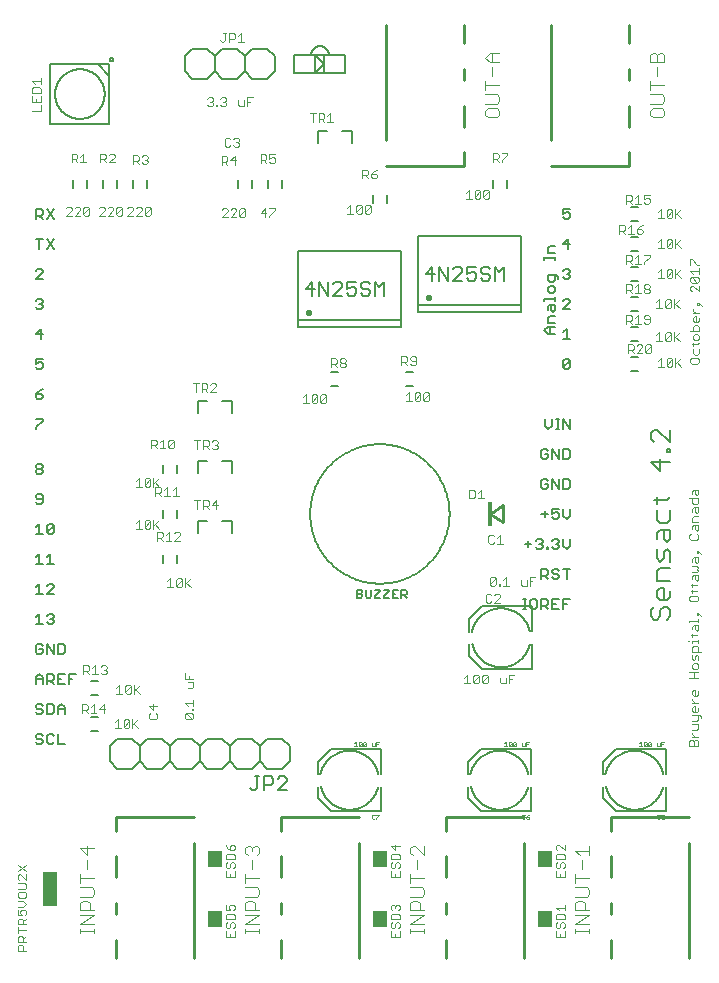
<source format=gto>
G75*
%MOIN*%
%OFA0B0*%
%FSLAX25Y25*%
%IPPOS*%
%LPD*%
%AMOC8*
5,1,8,0,0,1.08239X$1,22.5*
%
%ADD10C,0.00600*%
%ADD11C,0.00300*%
%ADD12C,0.00800*%
%ADD13C,0.01000*%
%ADD14R,0.01181X0.08268*%
%ADD15C,0.00500*%
%ADD16C,0.02174*%
%ADD17C,0.00400*%
%ADD18R,0.04961X0.11811*%
%ADD19R,0.05118X0.05512*%
%ADD20C,0.00100*%
D10*
X0049100Y0092524D02*
X0046600Y0095024D01*
X0046600Y0100024D01*
X0049100Y0102524D01*
X0054100Y0102524D01*
X0056600Y0100024D01*
X0059100Y0102524D01*
X0064100Y0102524D01*
X0066600Y0100024D01*
X0069100Y0102524D01*
X0074100Y0102524D01*
X0076600Y0100024D01*
X0079100Y0102524D01*
X0084100Y0102524D01*
X0086600Y0100024D01*
X0089100Y0102524D01*
X0094100Y0102524D01*
X0096600Y0100024D01*
X0099100Y0102524D01*
X0104100Y0102524D01*
X0106600Y0100024D01*
X0106600Y0095024D01*
X0104100Y0092524D01*
X0099100Y0092524D01*
X0096600Y0095024D01*
X0094100Y0092524D01*
X0089100Y0092524D01*
X0086600Y0095024D01*
X0086600Y0100024D01*
X0086600Y0095024D02*
X0084100Y0092524D01*
X0079100Y0092524D01*
X0076600Y0095024D01*
X0074100Y0092524D01*
X0069100Y0092524D01*
X0066600Y0095024D01*
X0064100Y0092524D01*
X0059100Y0092524D01*
X0056600Y0095024D01*
X0054100Y0092524D01*
X0049100Y0092524D01*
X0056600Y0095024D02*
X0056600Y0100024D01*
X0066600Y0100024D02*
X0066600Y0095024D01*
X0076600Y0095024D02*
X0076600Y0100024D01*
X0096600Y0100024D02*
X0096600Y0095024D01*
X0129060Y0149624D02*
X0130362Y0149624D01*
X0130795Y0150057D01*
X0130795Y0150491D01*
X0130362Y0150925D01*
X0129060Y0150925D01*
X0129060Y0149624D02*
X0129060Y0152226D01*
X0130362Y0152226D01*
X0130795Y0151792D01*
X0130795Y0151358D01*
X0130362Y0150925D01*
X0132007Y0150057D02*
X0132007Y0152226D01*
X0133742Y0152226D02*
X0133742Y0150057D01*
X0133308Y0149624D01*
X0132441Y0149624D01*
X0132007Y0150057D01*
X0134953Y0150057D02*
X0134953Y0149624D01*
X0136688Y0149624D01*
X0137900Y0149624D02*
X0139635Y0149624D01*
X0140847Y0149624D02*
X0140847Y0152226D01*
X0142581Y0152226D01*
X0143793Y0152226D02*
X0143793Y0149624D01*
X0143793Y0150491D02*
X0145094Y0150491D01*
X0145528Y0150925D01*
X0145528Y0151792D01*
X0145094Y0152226D01*
X0143793Y0152226D01*
X0144660Y0150491D02*
X0145528Y0149624D01*
X0142581Y0149624D02*
X0140847Y0149624D01*
X0140847Y0150925D02*
X0141714Y0150925D01*
X0139635Y0151792D02*
X0137900Y0150057D01*
X0137900Y0149624D01*
X0136688Y0151792D02*
X0134953Y0150057D01*
X0134953Y0152226D02*
X0136688Y0152226D01*
X0136688Y0151792D01*
X0137900Y0152226D02*
X0139635Y0152226D01*
X0139635Y0151792D01*
X0184262Y0149227D02*
X0185396Y0149227D01*
X0184829Y0149227D02*
X0184829Y0145824D01*
X0184262Y0145824D02*
X0185396Y0145824D01*
X0186717Y0146391D02*
X0186717Y0148659D01*
X0187285Y0149227D01*
X0188419Y0149227D01*
X0188986Y0148659D01*
X0188986Y0146391D01*
X0188419Y0145824D01*
X0187285Y0145824D01*
X0186717Y0146391D01*
X0190401Y0146958D02*
X0192102Y0146958D01*
X0192669Y0147525D01*
X0192669Y0148659D01*
X0192102Y0149227D01*
X0190401Y0149227D01*
X0190401Y0145824D01*
X0191535Y0146958D02*
X0192669Y0145824D01*
X0194084Y0145824D02*
X0194084Y0149227D01*
X0196352Y0149227D01*
X0197767Y0149227D02*
X0200035Y0149227D01*
X0198901Y0147525D02*
X0197767Y0147525D01*
X0197767Y0145824D02*
X0197767Y0149227D01*
X0195218Y0147525D02*
X0194084Y0147525D01*
X0194084Y0145824D02*
X0196352Y0145824D01*
X0195785Y0155824D02*
X0194651Y0155824D01*
X0194084Y0156391D01*
X0194651Y0157525D02*
X0195785Y0157525D01*
X0196352Y0156958D01*
X0196352Y0156391D01*
X0195785Y0155824D01*
X0194651Y0157525D02*
X0194084Y0158092D01*
X0194084Y0158659D01*
X0194651Y0159227D01*
X0195785Y0159227D01*
X0196352Y0158659D01*
X0197767Y0159227D02*
X0200035Y0159227D01*
X0198901Y0159227D02*
X0198901Y0155824D01*
X0192669Y0155824D02*
X0191535Y0156958D01*
X0192102Y0156958D02*
X0190401Y0156958D01*
X0190401Y0155824D02*
X0190401Y0159227D01*
X0192102Y0159227D01*
X0192669Y0158659D01*
X0192669Y0157525D01*
X0192102Y0156958D01*
X0192242Y0165824D02*
X0192809Y0165824D01*
X0192809Y0166391D01*
X0192242Y0166391D01*
X0192242Y0165824D01*
X0190828Y0166391D02*
X0190260Y0165824D01*
X0189126Y0165824D01*
X0188559Y0166391D01*
X0189693Y0167525D02*
X0190260Y0167525D01*
X0190828Y0166958D01*
X0190828Y0166391D01*
X0190260Y0167525D02*
X0190828Y0168092D01*
X0190828Y0168659D01*
X0190260Y0169227D01*
X0189126Y0169227D01*
X0188559Y0168659D01*
X0187144Y0167525D02*
X0184876Y0167525D01*
X0186010Y0168659D02*
X0186010Y0166391D01*
X0194084Y0166391D02*
X0194651Y0165824D01*
X0195785Y0165824D01*
X0196352Y0166391D01*
X0196352Y0166958D01*
X0195785Y0167525D01*
X0195218Y0167525D01*
X0195785Y0167525D02*
X0196352Y0168092D01*
X0196352Y0168659D01*
X0195785Y0169227D01*
X0194651Y0169227D01*
X0194084Y0168659D01*
X0197767Y0169227D02*
X0197767Y0166958D01*
X0198901Y0165824D01*
X0200035Y0166958D01*
X0200035Y0169227D01*
X0198901Y0175824D02*
X0200035Y0176958D01*
X0200035Y0179227D01*
X0197767Y0179227D02*
X0197767Y0176958D01*
X0198901Y0175824D01*
X0196352Y0176391D02*
X0195785Y0175824D01*
X0194651Y0175824D01*
X0194084Y0176391D01*
X0194084Y0177525D02*
X0195218Y0178092D01*
X0195785Y0178092D01*
X0196352Y0177525D01*
X0196352Y0176391D01*
X0194084Y0177525D02*
X0194084Y0179227D01*
X0196352Y0179227D01*
X0192669Y0177525D02*
X0190401Y0177525D01*
X0191535Y0178659D02*
X0191535Y0176391D01*
X0190968Y0185824D02*
X0192102Y0185824D01*
X0192669Y0186391D01*
X0192669Y0187525D01*
X0191535Y0187525D01*
X0192669Y0188659D02*
X0192102Y0189227D01*
X0190968Y0189227D01*
X0190401Y0188659D01*
X0190401Y0186391D01*
X0190968Y0185824D01*
X0194084Y0185824D02*
X0194084Y0189227D01*
X0196352Y0185824D01*
X0196352Y0189227D01*
X0197767Y0189227D02*
X0199468Y0189227D01*
X0200035Y0188659D01*
X0200035Y0186391D01*
X0199468Y0185824D01*
X0197767Y0185824D01*
X0197767Y0189227D01*
X0197767Y0195824D02*
X0199468Y0195824D01*
X0200035Y0196391D01*
X0200035Y0198659D01*
X0199468Y0199227D01*
X0197767Y0199227D01*
X0197767Y0195824D01*
X0196352Y0195824D02*
X0196352Y0199227D01*
X0194084Y0199227D02*
X0194084Y0195824D01*
X0192669Y0196391D02*
X0192669Y0197525D01*
X0191535Y0197525D01*
X0192669Y0196391D02*
X0192102Y0195824D01*
X0190968Y0195824D01*
X0190401Y0196391D01*
X0190401Y0198659D01*
X0190968Y0199227D01*
X0192102Y0199227D01*
X0192669Y0198659D01*
X0194084Y0199227D02*
X0196352Y0195824D01*
X0196446Y0205824D02*
X0195311Y0205824D01*
X0195879Y0205824D02*
X0195879Y0209227D01*
X0196446Y0209227D02*
X0195311Y0209227D01*
X0193897Y0209227D02*
X0193897Y0206958D01*
X0192763Y0205824D01*
X0191628Y0206958D01*
X0191628Y0209227D01*
X0197767Y0209227D02*
X0197767Y0205824D01*
X0200035Y0205824D02*
X0197767Y0209227D01*
X0200035Y0209227D02*
X0200035Y0205824D01*
X0199468Y0225824D02*
X0198334Y0225824D01*
X0197767Y0226391D01*
X0200035Y0228659D01*
X0200035Y0226391D01*
X0199468Y0225824D01*
X0197767Y0226391D02*
X0197767Y0228659D01*
X0198334Y0229227D01*
X0199468Y0229227D01*
X0200035Y0228659D01*
X0200035Y0235824D02*
X0197767Y0235824D01*
X0198901Y0235824D02*
X0198901Y0239227D01*
X0197767Y0238092D01*
X0194850Y0237631D02*
X0192581Y0237631D01*
X0191447Y0238765D01*
X0192581Y0239899D01*
X0194850Y0239899D01*
X0194850Y0241314D02*
X0192581Y0241314D01*
X0192581Y0243015D01*
X0193149Y0243582D01*
X0194850Y0243582D01*
X0194283Y0244997D02*
X0193716Y0245564D01*
X0193716Y0247266D01*
X0193149Y0247266D02*
X0194850Y0247266D01*
X0194850Y0245564D01*
X0194283Y0244997D01*
X0192581Y0245564D02*
X0192581Y0246698D01*
X0193149Y0247266D01*
X0194850Y0248680D02*
X0194850Y0249814D01*
X0194850Y0249247D02*
X0191447Y0249247D01*
X0191447Y0248680D01*
X0193149Y0251136D02*
X0194283Y0251136D01*
X0194850Y0251703D01*
X0194850Y0252837D01*
X0194283Y0253404D01*
X0193149Y0253404D01*
X0192581Y0252837D01*
X0192581Y0251703D01*
X0193149Y0251136D01*
X0193149Y0254819D02*
X0194283Y0254819D01*
X0194850Y0255386D01*
X0194850Y0257087D01*
X0195417Y0257087D02*
X0192581Y0257087D01*
X0192581Y0255386D01*
X0193149Y0254819D01*
X0195984Y0255953D02*
X0195984Y0256520D01*
X0195417Y0257087D01*
X0197767Y0256391D02*
X0198334Y0255824D01*
X0199468Y0255824D01*
X0200035Y0256391D01*
X0200035Y0256958D01*
X0199468Y0257525D01*
X0198901Y0257525D01*
X0199468Y0257525D02*
X0200035Y0258092D01*
X0200035Y0258659D01*
X0199468Y0259227D01*
X0198334Y0259227D01*
X0197767Y0258659D01*
X0194850Y0262185D02*
X0194850Y0263319D01*
X0194850Y0262752D02*
X0191447Y0262752D01*
X0191447Y0262185D02*
X0191447Y0263319D01*
X0192581Y0264640D02*
X0192581Y0266342D01*
X0193149Y0266909D01*
X0194850Y0266909D01*
X0194850Y0264640D02*
X0192581Y0264640D01*
X0197767Y0267525D02*
X0200035Y0267525D01*
X0199468Y0265824D02*
X0199468Y0269227D01*
X0197767Y0267525D01*
X0198334Y0275824D02*
X0197767Y0276391D01*
X0198334Y0275824D02*
X0199468Y0275824D01*
X0200035Y0276391D01*
X0200035Y0277525D01*
X0199468Y0278092D01*
X0198901Y0278092D01*
X0197767Y0277525D01*
X0197767Y0279227D01*
X0200035Y0279227D01*
X0183765Y0270043D02*
X0149336Y0270043D01*
X0149336Y0245004D01*
X0183765Y0245004D01*
X0183765Y0247035D01*
X0149730Y0247035D01*
X0143765Y0242035D02*
X0109730Y0242035D01*
X0109336Y0240004D02*
X0109336Y0265043D01*
X0143765Y0265043D01*
X0143765Y0242035D01*
X0143765Y0240004D01*
X0109336Y0240004D01*
X0120419Y0224886D02*
X0122781Y0224886D01*
X0122781Y0220161D02*
X0120419Y0220161D01*
X0145419Y0220161D02*
X0147781Y0220161D01*
X0147781Y0224886D02*
X0145419Y0224886D01*
X0183765Y0247035D02*
X0183765Y0270043D01*
X0178962Y0286343D02*
X0178962Y0288705D01*
X0174238Y0288705D02*
X0174238Y0286343D01*
X0198334Y0249227D02*
X0197767Y0248659D01*
X0198334Y0249227D02*
X0199468Y0249227D01*
X0200035Y0248659D01*
X0200035Y0248092D01*
X0197767Y0245824D01*
X0200035Y0245824D01*
X0193149Y0239899D02*
X0193149Y0237631D01*
X0220419Y0239886D02*
X0222781Y0239886D01*
X0222781Y0245161D02*
X0220419Y0245161D01*
X0220419Y0249886D02*
X0222781Y0249886D01*
X0222781Y0255161D02*
X0220419Y0255161D01*
X0220419Y0259886D02*
X0222781Y0259886D01*
X0222781Y0265161D02*
X0220419Y0265161D01*
X0220419Y0269886D02*
X0222781Y0269886D01*
X0222781Y0275161D02*
X0220419Y0275161D01*
X0220419Y0279886D02*
X0222781Y0279886D01*
X0222781Y0235161D02*
X0220419Y0235161D01*
X0220419Y0229886D02*
X0222781Y0229886D01*
X0222781Y0225161D02*
X0220419Y0225161D01*
X0227962Y0205648D02*
X0226895Y0204581D01*
X0226895Y0202446D01*
X0227962Y0201378D01*
X0227962Y0205648D02*
X0229030Y0205648D01*
X0233300Y0201378D01*
X0233300Y0205648D01*
X0233300Y0199223D02*
X0233300Y0198155D01*
X0232232Y0198155D01*
X0232232Y0199223D01*
X0233300Y0199223D01*
X0233300Y0194912D02*
X0226895Y0194912D01*
X0230097Y0191710D01*
X0230097Y0195980D01*
X0229030Y0183102D02*
X0229030Y0180967D01*
X0227962Y0182035D02*
X0232232Y0182035D01*
X0233300Y0183102D01*
X0233300Y0178792D02*
X0233300Y0175589D01*
X0232232Y0174522D01*
X0230097Y0174522D01*
X0229030Y0175589D01*
X0229030Y0178792D01*
X0230097Y0172347D02*
X0233300Y0172347D01*
X0233300Y0169144D01*
X0232232Y0168076D01*
X0231165Y0169144D01*
X0231165Y0172347D01*
X0230097Y0172347D02*
X0229030Y0171279D01*
X0229030Y0169144D01*
X0229030Y0165901D02*
X0229030Y0162698D01*
X0230097Y0161631D01*
X0231165Y0162698D01*
X0231165Y0164834D01*
X0232232Y0165901D01*
X0233300Y0164834D01*
X0233300Y0161631D01*
X0233300Y0159456D02*
X0230097Y0159456D01*
X0229030Y0158388D01*
X0229030Y0155185D01*
X0233300Y0155185D01*
X0231165Y0153010D02*
X0231165Y0148740D01*
X0232232Y0148740D02*
X0230097Y0148740D01*
X0229030Y0149807D01*
X0229030Y0151943D01*
X0230097Y0153010D01*
X0231165Y0153010D01*
X0233300Y0151943D02*
X0233300Y0149807D01*
X0232232Y0148740D01*
X0232232Y0146565D02*
X0231165Y0146565D01*
X0230097Y0145497D01*
X0230097Y0143362D01*
X0229030Y0142294D01*
X0227962Y0142294D01*
X0226895Y0143362D01*
X0226895Y0145497D01*
X0227962Y0146565D01*
X0232232Y0146565D02*
X0233300Y0145497D01*
X0233300Y0143362D01*
X0232232Y0142294D01*
X0138962Y0281343D02*
X0138962Y0283705D01*
X0134238Y0283705D02*
X0134238Y0281343D01*
X0127200Y0301343D02*
X0127200Y0305124D01*
X0124091Y0305124D01*
X0119011Y0305124D02*
X0116000Y0305124D01*
X0116000Y0301343D01*
X0103962Y0288705D02*
X0103962Y0286343D01*
X0099238Y0286343D02*
X0099238Y0288705D01*
X0093962Y0288705D02*
X0093962Y0286343D01*
X0089238Y0286343D02*
X0089238Y0288705D01*
X0089100Y0322524D02*
X0084100Y0322524D01*
X0081600Y0325024D01*
X0079100Y0322524D01*
X0074100Y0322524D01*
X0071600Y0325024D01*
X0071600Y0330024D01*
X0074100Y0332524D01*
X0079100Y0332524D01*
X0081600Y0330024D01*
X0084100Y0332524D01*
X0089100Y0332524D01*
X0091600Y0330024D01*
X0094100Y0332524D01*
X0099100Y0332524D01*
X0101600Y0330024D01*
X0101600Y0325024D01*
X0099100Y0322524D01*
X0094100Y0322524D01*
X0091600Y0325024D01*
X0089100Y0322524D01*
X0091600Y0325024D02*
X0091600Y0330024D01*
X0081600Y0330024D02*
X0081600Y0325024D01*
X0058962Y0288705D02*
X0058962Y0286343D01*
X0054238Y0286343D02*
X0054238Y0288705D01*
X0048962Y0288705D02*
X0048962Y0286343D01*
X0044238Y0286343D02*
X0044238Y0288705D01*
X0038962Y0288705D02*
X0038962Y0286343D01*
X0034238Y0286343D02*
X0034238Y0288705D01*
X0027852Y0279227D02*
X0025583Y0275824D01*
X0024169Y0275824D02*
X0023034Y0276958D01*
X0023601Y0276958D02*
X0021900Y0276958D01*
X0021900Y0275824D02*
X0021900Y0279227D01*
X0023601Y0279227D01*
X0024169Y0278659D01*
X0024169Y0277525D01*
X0023601Y0276958D01*
X0025583Y0279227D02*
X0027852Y0275824D01*
X0027852Y0269227D02*
X0025583Y0265824D01*
X0027852Y0265824D02*
X0025583Y0269227D01*
X0024169Y0269227D02*
X0021900Y0269227D01*
X0023034Y0269227D02*
X0023034Y0265824D01*
X0022467Y0259227D02*
X0021900Y0258659D01*
X0022467Y0259227D02*
X0023601Y0259227D01*
X0024169Y0258659D01*
X0024169Y0258092D01*
X0021900Y0255824D01*
X0024169Y0255824D01*
X0023601Y0249227D02*
X0022467Y0249227D01*
X0021900Y0248659D01*
X0023034Y0247525D02*
X0023601Y0247525D01*
X0024169Y0246958D01*
X0024169Y0246391D01*
X0023601Y0245824D01*
X0022467Y0245824D01*
X0021900Y0246391D01*
X0023601Y0247525D02*
X0024169Y0248092D01*
X0024169Y0248659D01*
X0023601Y0249227D01*
X0023601Y0239227D02*
X0021900Y0237525D01*
X0024169Y0237525D01*
X0023601Y0235824D02*
X0023601Y0239227D01*
X0024169Y0229227D02*
X0021900Y0229227D01*
X0021900Y0227525D01*
X0023034Y0228092D01*
X0023601Y0228092D01*
X0024169Y0227525D01*
X0024169Y0226391D01*
X0023601Y0225824D01*
X0022467Y0225824D01*
X0021900Y0226391D01*
X0024169Y0219227D02*
X0023034Y0218659D01*
X0021900Y0217525D01*
X0023601Y0217525D01*
X0024169Y0216958D01*
X0024169Y0216391D01*
X0023601Y0215824D01*
X0022467Y0215824D01*
X0021900Y0216391D01*
X0021900Y0217525D01*
X0021900Y0209227D02*
X0024169Y0209227D01*
X0024169Y0208659D01*
X0021900Y0206391D01*
X0021900Y0205824D01*
X0022467Y0194227D02*
X0023601Y0194227D01*
X0024169Y0193659D01*
X0024169Y0193092D01*
X0023601Y0192525D01*
X0022467Y0192525D01*
X0021900Y0193092D01*
X0021900Y0193659D01*
X0022467Y0194227D01*
X0022467Y0192525D02*
X0021900Y0191958D01*
X0021900Y0191391D01*
X0022467Y0190824D01*
X0023601Y0190824D01*
X0024169Y0191391D01*
X0024169Y0191958D01*
X0023601Y0192525D01*
X0023601Y0184227D02*
X0022467Y0184227D01*
X0021900Y0183659D01*
X0021900Y0183092D01*
X0022467Y0182525D01*
X0024169Y0182525D01*
X0024169Y0181391D02*
X0024169Y0183659D01*
X0023601Y0184227D01*
X0024169Y0181391D02*
X0023601Y0180824D01*
X0022467Y0180824D01*
X0021900Y0181391D01*
X0023034Y0174227D02*
X0021900Y0173092D01*
X0023034Y0174227D02*
X0023034Y0170824D01*
X0021900Y0170824D02*
X0024169Y0170824D01*
X0025583Y0171391D02*
X0025583Y0173659D01*
X0026150Y0174227D01*
X0027285Y0174227D01*
X0027852Y0173659D01*
X0025583Y0171391D01*
X0026150Y0170824D01*
X0027285Y0170824D01*
X0027852Y0171391D01*
X0027852Y0173659D01*
X0026717Y0164227D02*
X0026717Y0160824D01*
X0025583Y0160824D02*
X0027852Y0160824D01*
X0025583Y0163092D02*
X0026717Y0164227D01*
X0023034Y0164227D02*
X0023034Y0160824D01*
X0021900Y0160824D02*
X0024169Y0160824D01*
X0021900Y0163092D02*
X0023034Y0164227D01*
X0023034Y0154227D02*
X0021900Y0153092D01*
X0023034Y0154227D02*
X0023034Y0150824D01*
X0021900Y0150824D02*
X0024169Y0150824D01*
X0025583Y0150824D02*
X0027852Y0153092D01*
X0027852Y0153659D01*
X0027285Y0154227D01*
X0026150Y0154227D01*
X0025583Y0153659D01*
X0025583Y0150824D02*
X0027852Y0150824D01*
X0027285Y0144227D02*
X0027852Y0143659D01*
X0027852Y0143092D01*
X0027285Y0142525D01*
X0027852Y0141958D01*
X0027852Y0141391D01*
X0027285Y0140824D01*
X0026150Y0140824D01*
X0025583Y0141391D01*
X0024169Y0140824D02*
X0021900Y0140824D01*
X0023034Y0140824D02*
X0023034Y0144227D01*
X0021900Y0143092D01*
X0025583Y0143659D02*
X0026150Y0144227D01*
X0027285Y0144227D01*
X0027285Y0142525D02*
X0026717Y0142525D01*
X0025583Y0134227D02*
X0027852Y0130824D01*
X0027852Y0134227D01*
X0029266Y0134227D02*
X0030968Y0134227D01*
X0031535Y0133659D01*
X0031535Y0131391D01*
X0030968Y0130824D01*
X0029266Y0130824D01*
X0029266Y0134227D01*
X0025583Y0134227D02*
X0025583Y0130824D01*
X0024169Y0131391D02*
X0024169Y0132525D01*
X0023034Y0132525D01*
X0021900Y0131391D02*
X0022467Y0130824D01*
X0023601Y0130824D01*
X0024169Y0131391D01*
X0024169Y0133659D02*
X0023601Y0134227D01*
X0022467Y0134227D01*
X0021900Y0133659D01*
X0021900Y0131391D01*
X0023034Y0124227D02*
X0024169Y0123092D01*
X0024169Y0120824D01*
X0025583Y0120824D02*
X0025583Y0124227D01*
X0027285Y0124227D01*
X0027852Y0123659D01*
X0027852Y0122525D01*
X0027285Y0121958D01*
X0025583Y0121958D01*
X0026717Y0121958D02*
X0027852Y0120824D01*
X0029266Y0120824D02*
X0031535Y0120824D01*
X0032949Y0120824D02*
X0032949Y0124227D01*
X0035218Y0124227D01*
X0034084Y0122525D02*
X0032949Y0122525D01*
X0031535Y0124227D02*
X0029266Y0124227D01*
X0029266Y0120824D01*
X0029266Y0122525D02*
X0030401Y0122525D01*
X0030401Y0114227D02*
X0029266Y0113092D01*
X0029266Y0110824D01*
X0027852Y0111391D02*
X0027852Y0113659D01*
X0027285Y0114227D01*
X0025583Y0114227D01*
X0025583Y0110824D01*
X0027285Y0110824D01*
X0027852Y0111391D01*
X0029266Y0112525D02*
X0031535Y0112525D01*
X0031535Y0113092D02*
X0031535Y0110824D01*
X0031535Y0113092D02*
X0030401Y0114227D01*
X0024169Y0113659D02*
X0023601Y0114227D01*
X0022467Y0114227D01*
X0021900Y0113659D01*
X0021900Y0113092D01*
X0022467Y0112525D01*
X0023601Y0112525D01*
X0024169Y0111958D01*
X0024169Y0111391D01*
X0023601Y0110824D01*
X0022467Y0110824D01*
X0021900Y0111391D01*
X0022467Y0104227D02*
X0021900Y0103659D01*
X0021900Y0103092D01*
X0022467Y0102525D01*
X0023601Y0102525D01*
X0024169Y0101958D01*
X0024169Y0101391D01*
X0023601Y0100824D01*
X0022467Y0100824D01*
X0021900Y0101391D01*
X0022467Y0104227D02*
X0023601Y0104227D01*
X0024169Y0103659D01*
X0025583Y0103659D02*
X0025583Y0101391D01*
X0026150Y0100824D01*
X0027285Y0100824D01*
X0027852Y0101391D01*
X0029266Y0100824D02*
X0031535Y0100824D01*
X0029266Y0100824D02*
X0029266Y0104227D01*
X0027852Y0103659D02*
X0027285Y0104227D01*
X0026150Y0104227D01*
X0025583Y0103659D01*
X0021900Y0120824D02*
X0021900Y0123092D01*
X0023034Y0124227D01*
X0021900Y0122525D02*
X0024169Y0122525D01*
X0040419Y0121886D02*
X0042781Y0121886D01*
X0042781Y0117161D02*
X0040419Y0117161D01*
X0040419Y0109886D02*
X0042781Y0109886D01*
X0042781Y0105161D02*
X0040419Y0105161D01*
X0064238Y0161343D02*
X0064238Y0163705D01*
X0068962Y0163705D02*
X0068962Y0161343D01*
X0076000Y0171343D02*
X0076000Y0175124D01*
X0079011Y0175124D01*
X0084091Y0175124D02*
X0087200Y0175124D01*
X0087200Y0171343D01*
X0087200Y0191343D02*
X0087200Y0195124D01*
X0084091Y0195124D01*
X0079011Y0195124D02*
X0076000Y0195124D01*
X0076000Y0191343D01*
X0068962Y0191343D02*
X0068962Y0193705D01*
X0064238Y0193705D02*
X0064238Y0191343D01*
X0064238Y0178705D02*
X0064238Y0176343D01*
X0068962Y0176343D02*
X0068962Y0178705D01*
X0076000Y0211343D02*
X0076000Y0215124D01*
X0079011Y0215124D01*
X0084091Y0215124D02*
X0087200Y0215124D01*
X0087200Y0211343D01*
D11*
X0015842Y0033360D02*
X0015842Y0031909D01*
X0018744Y0031909D01*
X0017777Y0031909D02*
X0017777Y0033360D01*
X0017293Y0033844D01*
X0016326Y0033844D01*
X0015842Y0033360D01*
X0015842Y0034856D02*
X0015842Y0036307D01*
X0016326Y0036791D01*
X0017293Y0036791D01*
X0017777Y0036307D01*
X0017777Y0034856D01*
X0017777Y0035823D02*
X0018744Y0036791D01*
X0018744Y0034856D02*
X0015842Y0034856D01*
X0015842Y0037802D02*
X0015842Y0039737D01*
X0015842Y0038770D02*
X0018744Y0038770D01*
X0018744Y0040749D02*
X0015842Y0040749D01*
X0015842Y0042200D01*
X0016326Y0042684D01*
X0017293Y0042684D01*
X0017777Y0042200D01*
X0017777Y0040749D01*
X0017777Y0041716D02*
X0018744Y0042684D01*
X0018261Y0043695D02*
X0018744Y0044179D01*
X0018744Y0045147D01*
X0018261Y0045630D01*
X0017293Y0045630D01*
X0016810Y0045147D01*
X0016810Y0044663D01*
X0017293Y0043695D01*
X0015842Y0043695D01*
X0015842Y0045630D01*
X0015842Y0046642D02*
X0017777Y0046642D01*
X0018744Y0047609D01*
X0017777Y0048577D01*
X0015842Y0048577D01*
X0016326Y0049588D02*
X0018261Y0049588D01*
X0018744Y0050072D01*
X0018744Y0051040D01*
X0018261Y0051523D01*
X0016326Y0051523D01*
X0015842Y0051040D01*
X0015842Y0050072D01*
X0016326Y0049588D01*
X0015842Y0052535D02*
X0018261Y0052535D01*
X0018744Y0053019D01*
X0018744Y0053986D01*
X0018261Y0054470D01*
X0015842Y0054470D01*
X0016326Y0055481D02*
X0015842Y0055965D01*
X0015842Y0056933D01*
X0016326Y0057416D01*
X0016810Y0057416D01*
X0018744Y0055481D01*
X0018744Y0057416D01*
X0018744Y0058428D02*
X0015842Y0060363D01*
X0015842Y0058428D02*
X0018744Y0060363D01*
X0048250Y0106174D02*
X0050185Y0106174D01*
X0049217Y0106174D02*
X0049217Y0109076D01*
X0048250Y0108109D01*
X0051197Y0108592D02*
X0051680Y0109076D01*
X0052648Y0109076D01*
X0053131Y0108592D01*
X0051197Y0106657D01*
X0051680Y0106174D01*
X0052648Y0106174D01*
X0053131Y0106657D01*
X0053131Y0108592D01*
X0054143Y0109076D02*
X0054143Y0106174D01*
X0054143Y0107141D02*
X0056078Y0109076D01*
X0054627Y0107625D02*
X0056078Y0106174D01*
X0059548Y0109657D02*
X0060031Y0109174D01*
X0061966Y0109174D01*
X0062450Y0109657D01*
X0062450Y0110625D01*
X0061966Y0111109D01*
X0060999Y0112120D02*
X0060999Y0114055D01*
X0062450Y0113571D02*
X0059548Y0113571D01*
X0060999Y0112120D01*
X0060031Y0111109D02*
X0059548Y0110625D01*
X0059548Y0109657D01*
X0056578Y0117674D02*
X0055127Y0119125D01*
X0054643Y0118641D02*
X0056578Y0120576D01*
X0054643Y0120576D02*
X0054643Y0117674D01*
X0053631Y0118157D02*
X0053148Y0117674D01*
X0052180Y0117674D01*
X0051697Y0118157D01*
X0053631Y0120092D01*
X0053631Y0118157D01*
X0051697Y0118157D02*
X0051697Y0120092D01*
X0052180Y0120576D01*
X0053148Y0120576D01*
X0053631Y0120092D01*
X0050685Y0117674D02*
X0048750Y0117674D01*
X0049717Y0117674D02*
X0049717Y0120576D01*
X0048750Y0119609D01*
X0045094Y0124174D02*
X0044127Y0124174D01*
X0043643Y0124657D01*
X0042631Y0124174D02*
X0040697Y0124174D01*
X0041664Y0124174D02*
X0041664Y0127076D01*
X0040697Y0126109D01*
X0039685Y0126592D02*
X0039201Y0127076D01*
X0037750Y0127076D01*
X0037750Y0124174D01*
X0037750Y0125141D02*
X0039201Y0125141D01*
X0039685Y0125625D01*
X0039685Y0126592D01*
X0038717Y0125141D02*
X0039685Y0124174D01*
X0043643Y0126592D02*
X0044127Y0127076D01*
X0045094Y0127076D01*
X0045578Y0126592D01*
X0045578Y0126109D01*
X0045094Y0125625D01*
X0045578Y0125141D01*
X0045578Y0124657D01*
X0045094Y0124174D01*
X0045094Y0125625D02*
X0044611Y0125625D01*
X0044594Y0114076D02*
X0043143Y0112625D01*
X0045078Y0112625D01*
X0044594Y0111174D02*
X0044594Y0114076D01*
X0041164Y0114076D02*
X0041164Y0111174D01*
X0040197Y0111174D02*
X0042131Y0111174D01*
X0040197Y0113109D02*
X0041164Y0114076D01*
X0039185Y0113592D02*
X0039185Y0112625D01*
X0038701Y0112141D01*
X0037250Y0112141D01*
X0037250Y0111174D02*
X0037250Y0114076D01*
X0038701Y0114076D01*
X0039185Y0113592D01*
X0038217Y0112141D02*
X0039185Y0111174D01*
X0051197Y0108592D02*
X0051197Y0106657D01*
X0071548Y0109657D02*
X0071548Y0110625D01*
X0072031Y0111109D01*
X0073966Y0109174D01*
X0074450Y0109657D01*
X0074450Y0110625D01*
X0073966Y0111109D01*
X0072031Y0111109D01*
X0071548Y0109657D02*
X0072031Y0109174D01*
X0073966Y0109174D01*
X0073966Y0112120D02*
X0073966Y0112604D01*
X0074450Y0112604D01*
X0074450Y0112120D01*
X0073966Y0112120D01*
X0074450Y0113593D02*
X0074450Y0115528D01*
X0074450Y0114561D02*
X0071548Y0114561D01*
X0072515Y0113593D01*
X0072515Y0119486D02*
X0073966Y0119486D01*
X0074450Y0119970D01*
X0074450Y0121421D01*
X0072515Y0121421D01*
X0072999Y0122433D02*
X0072999Y0123400D01*
X0074450Y0122433D02*
X0071548Y0122433D01*
X0071548Y0124368D01*
X0071643Y0153174D02*
X0071643Y0156076D01*
X0070631Y0155592D02*
X0068697Y0153657D01*
X0069180Y0153174D01*
X0070148Y0153174D01*
X0070631Y0153657D01*
X0070631Y0155592D01*
X0070148Y0156076D01*
X0069180Y0156076D01*
X0068697Y0155592D01*
X0068697Y0153657D01*
X0067685Y0153174D02*
X0065750Y0153174D01*
X0066717Y0153174D02*
X0066717Y0156076D01*
X0065750Y0155109D01*
X0071643Y0154141D02*
X0073578Y0156076D01*
X0072127Y0154625D02*
X0073578Y0153174D01*
X0070078Y0168674D02*
X0068143Y0168674D01*
X0070078Y0170609D01*
X0070078Y0171092D01*
X0069594Y0171576D01*
X0068627Y0171576D01*
X0068143Y0171092D01*
X0066164Y0171576D02*
X0066164Y0168674D01*
X0065197Y0168674D02*
X0067131Y0168674D01*
X0065197Y0170609D02*
X0066164Y0171576D01*
X0064185Y0171092D02*
X0064185Y0170125D01*
X0063701Y0169641D01*
X0062250Y0169641D01*
X0062250Y0168674D02*
X0062250Y0171576D01*
X0063701Y0171576D01*
X0064185Y0171092D01*
X0063217Y0169641D02*
X0064185Y0168674D01*
X0063078Y0172674D02*
X0061627Y0174125D01*
X0061143Y0173641D02*
X0063078Y0175576D01*
X0061143Y0175576D02*
X0061143Y0172674D01*
X0060131Y0173157D02*
X0059648Y0172674D01*
X0058680Y0172674D01*
X0058197Y0173157D01*
X0060131Y0175092D01*
X0060131Y0173157D01*
X0058197Y0173157D02*
X0058197Y0175092D01*
X0058680Y0175576D01*
X0059648Y0175576D01*
X0060131Y0175092D01*
X0057185Y0172674D02*
X0055250Y0172674D01*
X0056217Y0172674D02*
X0056217Y0175576D01*
X0055250Y0174609D01*
X0061750Y0183674D02*
X0061750Y0186576D01*
X0063201Y0186576D01*
X0063685Y0186092D01*
X0063685Y0185125D01*
X0063201Y0184641D01*
X0061750Y0184641D01*
X0062717Y0184641D02*
X0063685Y0183674D01*
X0064697Y0183674D02*
X0066631Y0183674D01*
X0065664Y0183674D02*
X0065664Y0186576D01*
X0064697Y0185609D01*
X0063078Y0186674D02*
X0061627Y0188125D01*
X0061143Y0187641D02*
X0063078Y0189576D01*
X0061143Y0189576D02*
X0061143Y0186674D01*
X0060131Y0187157D02*
X0059648Y0186674D01*
X0058680Y0186674D01*
X0058197Y0187157D01*
X0060131Y0189092D01*
X0060131Y0187157D01*
X0058197Y0187157D02*
X0058197Y0189092D01*
X0058680Y0189576D01*
X0059648Y0189576D01*
X0060131Y0189092D01*
X0057185Y0186674D02*
X0055250Y0186674D01*
X0056217Y0186674D02*
X0056217Y0189576D01*
X0055250Y0188609D01*
X0060250Y0199424D02*
X0060250Y0202326D01*
X0061701Y0202326D01*
X0062185Y0201842D01*
X0062185Y0200875D01*
X0061701Y0200391D01*
X0060250Y0200391D01*
X0061217Y0200391D02*
X0062185Y0199424D01*
X0063197Y0199424D02*
X0065131Y0199424D01*
X0064164Y0199424D02*
X0064164Y0202326D01*
X0063197Y0201359D01*
X0066143Y0201842D02*
X0066143Y0199907D01*
X0068078Y0201842D01*
X0068078Y0199907D01*
X0067594Y0199424D01*
X0066627Y0199424D01*
X0066143Y0199907D01*
X0066143Y0201842D02*
X0066627Y0202326D01*
X0067594Y0202326D01*
X0068078Y0201842D01*
X0074750Y0202076D02*
X0076685Y0202076D01*
X0075717Y0202076D02*
X0075717Y0199174D01*
X0077697Y0199174D02*
X0077697Y0202076D01*
X0079148Y0202076D01*
X0079631Y0201592D01*
X0079631Y0200625D01*
X0079148Y0200141D01*
X0077697Y0200141D01*
X0078664Y0200141D02*
X0079631Y0199174D01*
X0080643Y0199657D02*
X0081127Y0199174D01*
X0082094Y0199174D01*
X0082578Y0199657D01*
X0082578Y0200141D01*
X0082094Y0200625D01*
X0081611Y0200625D01*
X0082094Y0200625D02*
X0082578Y0201109D01*
X0082578Y0201592D01*
X0082094Y0202076D01*
X0081127Y0202076D01*
X0080643Y0201592D01*
X0080143Y0218174D02*
X0082078Y0220109D01*
X0082078Y0220592D01*
X0081594Y0221076D01*
X0080627Y0221076D01*
X0080143Y0220592D01*
X0079131Y0220592D02*
X0079131Y0219625D01*
X0078648Y0219141D01*
X0077197Y0219141D01*
X0078164Y0219141D02*
X0079131Y0218174D01*
X0080143Y0218174D02*
X0082078Y0218174D01*
X0079131Y0220592D02*
X0078648Y0221076D01*
X0077197Y0221076D01*
X0077197Y0218174D01*
X0075217Y0218174D02*
X0075217Y0221076D01*
X0074250Y0221076D02*
X0076185Y0221076D01*
X0068611Y0186576D02*
X0068611Y0183674D01*
X0069578Y0183674D02*
X0067643Y0183674D01*
X0067643Y0185609D02*
X0068611Y0186576D01*
X0074750Y0182076D02*
X0076685Y0182076D01*
X0075717Y0182076D02*
X0075717Y0179174D01*
X0077697Y0179174D02*
X0077697Y0182076D01*
X0079148Y0182076D01*
X0079631Y0181592D01*
X0079631Y0180625D01*
X0079148Y0180141D01*
X0077697Y0180141D01*
X0078664Y0180141D02*
X0079631Y0179174D01*
X0080643Y0180625D02*
X0082578Y0180625D01*
X0082094Y0182076D02*
X0080643Y0180625D01*
X0082094Y0179174D02*
X0082094Y0182076D01*
X0110910Y0214474D02*
X0112845Y0214474D01*
X0111878Y0214474D02*
X0111878Y0217376D01*
X0110910Y0216409D01*
X0113857Y0216892D02*
X0114341Y0217376D01*
X0115308Y0217376D01*
X0115792Y0216892D01*
X0113857Y0214957D01*
X0114341Y0214474D01*
X0115308Y0214474D01*
X0115792Y0214957D01*
X0115792Y0216892D01*
X0116803Y0216892D02*
X0117287Y0217376D01*
X0118255Y0217376D01*
X0118738Y0216892D01*
X0116803Y0214957D01*
X0117287Y0214474D01*
X0118255Y0214474D01*
X0118738Y0214957D01*
X0118738Y0216892D01*
X0116803Y0216892D02*
X0116803Y0214957D01*
X0113857Y0214957D02*
X0113857Y0216892D01*
X0120357Y0226474D02*
X0120357Y0229376D01*
X0121808Y0229376D01*
X0122292Y0228892D01*
X0122292Y0227925D01*
X0121808Y0227441D01*
X0120357Y0227441D01*
X0121324Y0227441D02*
X0122292Y0226474D01*
X0123303Y0226957D02*
X0123303Y0227441D01*
X0123787Y0227925D01*
X0124755Y0227925D01*
X0125238Y0227441D01*
X0125238Y0226957D01*
X0124755Y0226474D01*
X0123787Y0226474D01*
X0123303Y0226957D01*
X0123787Y0227925D02*
X0123303Y0228409D01*
X0123303Y0228892D01*
X0123787Y0229376D01*
X0124755Y0229376D01*
X0125238Y0228892D01*
X0125238Y0228409D01*
X0124755Y0227925D01*
X0143750Y0228141D02*
X0145201Y0228141D01*
X0145685Y0228625D01*
X0145685Y0229592D01*
X0145201Y0230076D01*
X0143750Y0230076D01*
X0143750Y0227174D01*
X0144717Y0228141D02*
X0145685Y0227174D01*
X0146697Y0227657D02*
X0147180Y0227174D01*
X0148148Y0227174D01*
X0148631Y0227657D01*
X0148631Y0229592D01*
X0148148Y0230076D01*
X0147180Y0230076D01*
X0146697Y0229592D01*
X0146697Y0229109D01*
X0147180Y0228625D01*
X0148631Y0228625D01*
X0148680Y0218076D02*
X0148197Y0217592D01*
X0148197Y0215657D01*
X0150131Y0217592D01*
X0150131Y0215657D01*
X0149648Y0215174D01*
X0148680Y0215174D01*
X0148197Y0215657D01*
X0147185Y0215174D02*
X0145250Y0215174D01*
X0146217Y0215174D02*
X0146217Y0218076D01*
X0145250Y0217109D01*
X0148680Y0218076D02*
X0149648Y0218076D01*
X0150131Y0217592D01*
X0151143Y0217592D02*
X0151627Y0218076D01*
X0152594Y0218076D01*
X0153078Y0217592D01*
X0151143Y0215657D01*
X0151627Y0215174D01*
X0152594Y0215174D01*
X0153078Y0215657D01*
X0153078Y0217592D01*
X0151143Y0217592D02*
X0151143Y0215657D01*
X0166356Y0185639D02*
X0167808Y0185639D01*
X0168291Y0185155D01*
X0168291Y0183220D01*
X0167808Y0182737D01*
X0166356Y0182737D01*
X0166356Y0185639D01*
X0169303Y0184672D02*
X0170270Y0185639D01*
X0170270Y0182737D01*
X0169303Y0182737D02*
X0171238Y0182737D01*
X0173234Y0170576D02*
X0172750Y0170092D01*
X0172750Y0168157D01*
X0173234Y0167674D01*
X0174201Y0167674D01*
X0174685Y0168157D01*
X0175697Y0167674D02*
X0177631Y0167674D01*
X0176664Y0167674D02*
X0176664Y0170576D01*
X0175697Y0169609D01*
X0174685Y0170092D02*
X0174201Y0170576D01*
X0173234Y0170576D01*
X0173734Y0156576D02*
X0173250Y0156092D01*
X0173250Y0154157D01*
X0175185Y0156092D01*
X0175185Y0154157D01*
X0174701Y0153674D01*
X0173734Y0153674D01*
X0173250Y0154157D01*
X0173734Y0156576D02*
X0174701Y0156576D01*
X0175185Y0156092D01*
X0176197Y0154157D02*
X0176680Y0154157D01*
X0176680Y0153674D01*
X0176197Y0153674D01*
X0176197Y0154157D01*
X0177670Y0153674D02*
X0179605Y0153674D01*
X0178637Y0153674D02*
X0178637Y0156576D01*
X0177670Y0155609D01*
X0176255Y0150876D02*
X0175287Y0150876D01*
X0174803Y0150392D01*
X0173792Y0150392D02*
X0173308Y0150876D01*
X0172341Y0150876D01*
X0171857Y0150392D01*
X0171857Y0148457D01*
X0172341Y0147974D01*
X0173308Y0147974D01*
X0173792Y0148457D01*
X0174803Y0147974D02*
X0176738Y0149909D01*
X0176738Y0150392D01*
X0176255Y0150876D01*
X0176738Y0147974D02*
X0174803Y0147974D01*
X0183563Y0154157D02*
X0184047Y0153674D01*
X0185498Y0153674D01*
X0185498Y0155609D01*
X0186509Y0155125D02*
X0187477Y0155125D01*
X0188444Y0156576D02*
X0186509Y0156576D01*
X0186509Y0153674D01*
X0183563Y0154157D02*
X0183563Y0155609D01*
X0181475Y0123959D02*
X0179540Y0123959D01*
X0179540Y0121056D01*
X0178528Y0121056D02*
X0178528Y0122991D01*
X0179540Y0122508D02*
X0180507Y0122508D01*
X0178528Y0121056D02*
X0177077Y0121056D01*
X0176593Y0121540D01*
X0176593Y0122991D01*
X0172635Y0123475D02*
X0172635Y0121540D01*
X0172151Y0121056D01*
X0171184Y0121056D01*
X0170700Y0121540D01*
X0172635Y0123475D01*
X0172151Y0123959D01*
X0171184Y0123959D01*
X0170700Y0123475D01*
X0170700Y0121540D01*
X0169689Y0121540D02*
X0169205Y0121056D01*
X0168237Y0121056D01*
X0167754Y0121540D01*
X0169689Y0123475D01*
X0169689Y0121540D01*
X0169689Y0123475D02*
X0169205Y0123959D01*
X0168237Y0123959D01*
X0167754Y0123475D01*
X0167754Y0121540D01*
X0166742Y0121056D02*
X0164807Y0121056D01*
X0165775Y0121056D02*
X0165775Y0123959D01*
X0164807Y0122991D01*
X0141742Y0067292D02*
X0141742Y0065357D01*
X0140291Y0066808D01*
X0143193Y0066808D01*
X0142710Y0064345D02*
X0140775Y0064345D01*
X0140291Y0063862D01*
X0140291Y0062411D01*
X0143193Y0062411D01*
X0143193Y0063862D01*
X0142710Y0064345D01*
X0142710Y0061399D02*
X0143193Y0060915D01*
X0143193Y0059948D01*
X0142710Y0059464D01*
X0141742Y0059948D02*
X0141258Y0059464D01*
X0140775Y0059464D01*
X0140291Y0059948D01*
X0140291Y0060915D01*
X0140775Y0061399D01*
X0141742Y0060915D02*
X0142226Y0061399D01*
X0142710Y0061399D01*
X0141742Y0060915D02*
X0141742Y0059948D01*
X0140291Y0058452D02*
X0140291Y0056517D01*
X0143193Y0056517D01*
X0143193Y0058452D01*
X0141742Y0057485D02*
X0141742Y0056517D01*
X0141258Y0047292D02*
X0141742Y0046808D01*
X0142226Y0047292D01*
X0142710Y0047292D01*
X0143193Y0046808D01*
X0143193Y0045841D01*
X0142710Y0045357D01*
X0142710Y0044345D02*
X0140775Y0044345D01*
X0140291Y0043862D01*
X0140291Y0042411D01*
X0143193Y0042411D01*
X0143193Y0043862D01*
X0142710Y0044345D01*
X0140775Y0045357D02*
X0140291Y0045841D01*
X0140291Y0046808D01*
X0140775Y0047292D01*
X0141258Y0047292D01*
X0141742Y0046808D02*
X0141742Y0046325D01*
X0142226Y0041399D02*
X0142710Y0041399D01*
X0143193Y0040915D01*
X0143193Y0039948D01*
X0142710Y0039464D01*
X0141742Y0039948D02*
X0141742Y0040915D01*
X0142226Y0041399D01*
X0140775Y0041399D02*
X0140291Y0040915D01*
X0140291Y0039948D01*
X0140775Y0039464D01*
X0141258Y0039464D01*
X0141742Y0039948D01*
X0140291Y0038452D02*
X0140291Y0036517D01*
X0143193Y0036517D01*
X0143193Y0038452D01*
X0141742Y0037485D02*
X0141742Y0036517D01*
X0088193Y0036517D02*
X0088193Y0038452D01*
X0087710Y0039464D02*
X0088193Y0039948D01*
X0088193Y0040915D01*
X0087710Y0041399D01*
X0087226Y0041399D01*
X0086742Y0040915D01*
X0086742Y0039948D01*
X0086258Y0039464D01*
X0085775Y0039464D01*
X0085291Y0039948D01*
X0085291Y0040915D01*
X0085775Y0041399D01*
X0085291Y0042411D02*
X0085291Y0043862D01*
X0085775Y0044345D01*
X0087710Y0044345D01*
X0088193Y0043862D01*
X0088193Y0042411D01*
X0085291Y0042411D01*
X0085291Y0045357D02*
X0086742Y0045357D01*
X0086258Y0046325D01*
X0086258Y0046808D01*
X0086742Y0047292D01*
X0087710Y0047292D01*
X0088193Y0046808D01*
X0088193Y0045841D01*
X0087710Y0045357D01*
X0085291Y0045357D02*
X0085291Y0047292D01*
X0085291Y0038452D02*
X0085291Y0036517D01*
X0088193Y0036517D01*
X0086742Y0036517D02*
X0086742Y0037485D01*
X0086742Y0056517D02*
X0086742Y0057485D01*
X0085291Y0058452D02*
X0085291Y0056517D01*
X0088193Y0056517D01*
X0088193Y0058452D01*
X0087710Y0059464D02*
X0088193Y0059948D01*
X0088193Y0060915D01*
X0087710Y0061399D01*
X0087226Y0061399D01*
X0086742Y0060915D01*
X0086742Y0059948D01*
X0086258Y0059464D01*
X0085775Y0059464D01*
X0085291Y0059948D01*
X0085291Y0060915D01*
X0085775Y0061399D01*
X0085291Y0062411D02*
X0085291Y0063862D01*
X0085775Y0064345D01*
X0087710Y0064345D01*
X0088193Y0063862D01*
X0088193Y0062411D01*
X0085291Y0062411D01*
X0086742Y0065357D02*
X0086742Y0066808D01*
X0087226Y0067292D01*
X0087710Y0067292D01*
X0088193Y0066808D01*
X0088193Y0065841D01*
X0087710Y0065357D01*
X0086742Y0065357D01*
X0085775Y0066325D01*
X0085291Y0067292D01*
X0195291Y0066808D02*
X0195291Y0065841D01*
X0195775Y0065357D01*
X0195775Y0064345D02*
X0195291Y0063862D01*
X0195291Y0062411D01*
X0198193Y0062411D01*
X0198193Y0063862D01*
X0197710Y0064345D01*
X0195775Y0064345D01*
X0195291Y0066808D02*
X0195775Y0067292D01*
X0196258Y0067292D01*
X0198193Y0065357D01*
X0198193Y0067292D01*
X0197710Y0061399D02*
X0198193Y0060915D01*
X0198193Y0059948D01*
X0197710Y0059464D01*
X0196742Y0059948D02*
X0196258Y0059464D01*
X0195775Y0059464D01*
X0195291Y0059948D01*
X0195291Y0060915D01*
X0195775Y0061399D01*
X0196742Y0060915D02*
X0197226Y0061399D01*
X0197710Y0061399D01*
X0196742Y0060915D02*
X0196742Y0059948D01*
X0195291Y0058452D02*
X0195291Y0056517D01*
X0198193Y0056517D01*
X0198193Y0058452D01*
X0196742Y0057485D02*
X0196742Y0056517D01*
X0198193Y0047292D02*
X0198193Y0045357D01*
X0198193Y0046325D02*
X0195291Y0046325D01*
X0196258Y0045357D01*
X0195775Y0044345D02*
X0197710Y0044345D01*
X0198193Y0043862D01*
X0198193Y0042411D01*
X0195291Y0042411D01*
X0195291Y0043862D01*
X0195775Y0044345D01*
X0195775Y0041399D02*
X0195291Y0040915D01*
X0195291Y0039948D01*
X0195775Y0039464D01*
X0196258Y0039464D01*
X0196742Y0039948D01*
X0196742Y0040915D01*
X0197226Y0041399D01*
X0197710Y0041399D01*
X0198193Y0040915D01*
X0198193Y0039948D01*
X0197710Y0039464D01*
X0198193Y0038452D02*
X0198193Y0036517D01*
X0195291Y0036517D01*
X0195291Y0038452D01*
X0196742Y0037485D02*
X0196742Y0036517D01*
X0239748Y0100242D02*
X0239748Y0101694D01*
X0240231Y0102177D01*
X0240715Y0102177D01*
X0241199Y0101694D01*
X0241199Y0100242D01*
X0242650Y0100242D02*
X0239748Y0100242D01*
X0241199Y0101694D02*
X0241683Y0102177D01*
X0242166Y0102177D01*
X0242650Y0101694D01*
X0242650Y0100242D01*
X0242650Y0103189D02*
X0240715Y0103189D01*
X0240715Y0104156D02*
X0240715Y0104640D01*
X0240715Y0104156D02*
X0241683Y0103189D01*
X0242166Y0105644D02*
X0240715Y0105644D01*
X0242166Y0105644D02*
X0242650Y0106128D01*
X0242650Y0107579D01*
X0240715Y0107579D01*
X0240715Y0108591D02*
X0242166Y0108591D01*
X0242650Y0109075D01*
X0242650Y0110526D01*
X0243134Y0110526D02*
X0243617Y0110042D01*
X0243617Y0109558D01*
X0243134Y0110526D02*
X0240715Y0110526D01*
X0241199Y0111537D02*
X0240715Y0112021D01*
X0240715Y0112989D01*
X0241199Y0113472D01*
X0241683Y0113472D01*
X0241683Y0111537D01*
X0242166Y0111537D02*
X0241199Y0111537D01*
X0242166Y0111537D02*
X0242650Y0112021D01*
X0242650Y0112989D01*
X0242650Y0114484D02*
X0240715Y0114484D01*
X0240715Y0115451D02*
X0240715Y0115935D01*
X0240715Y0115451D02*
X0241683Y0114484D01*
X0241683Y0116939D02*
X0241683Y0118874D01*
X0241199Y0118874D01*
X0240715Y0118391D01*
X0240715Y0117423D01*
X0241199Y0116939D01*
X0242166Y0116939D01*
X0242650Y0117423D01*
X0242650Y0118391D01*
X0242650Y0122832D02*
X0239748Y0122832D01*
X0241199Y0122832D02*
X0241199Y0124767D01*
X0241199Y0125779D02*
X0242166Y0125779D01*
X0242650Y0126263D01*
X0242650Y0127230D01*
X0242166Y0127714D01*
X0241199Y0127714D01*
X0240715Y0127230D01*
X0240715Y0126263D01*
X0241199Y0125779D01*
X0239748Y0124767D02*
X0242650Y0124767D01*
X0242650Y0128725D02*
X0242650Y0130177D01*
X0242166Y0130660D01*
X0241683Y0130177D01*
X0241683Y0129209D01*
X0241199Y0128725D01*
X0240715Y0129209D01*
X0240715Y0130660D01*
X0240715Y0131672D02*
X0240715Y0133123D01*
X0241199Y0133607D01*
X0242166Y0133607D01*
X0242650Y0133123D01*
X0242650Y0131672D01*
X0243617Y0131672D02*
X0240715Y0131672D01*
X0240715Y0134618D02*
X0240715Y0135102D01*
X0242650Y0135102D01*
X0242650Y0134618D02*
X0242650Y0135586D01*
X0242166Y0137067D02*
X0242650Y0137550D01*
X0242166Y0137067D02*
X0240231Y0137067D01*
X0240715Y0137550D02*
X0240715Y0136583D01*
X0239748Y0135102D02*
X0239264Y0135102D01*
X0240715Y0139031D02*
X0240715Y0139998D01*
X0241199Y0140482D01*
X0242650Y0140482D01*
X0242650Y0139031D01*
X0242166Y0138547D01*
X0241683Y0139031D01*
X0241683Y0140482D01*
X0242650Y0141494D02*
X0242650Y0142461D01*
X0242650Y0141977D02*
X0239748Y0141977D01*
X0239748Y0141494D01*
X0242166Y0143942D02*
X0242166Y0144425D01*
X0242650Y0144425D01*
X0242650Y0143942D01*
X0242166Y0143942D01*
X0242650Y0144425D02*
X0243617Y0143458D01*
X0242166Y0148369D02*
X0240231Y0148369D01*
X0239748Y0148853D01*
X0239748Y0149820D01*
X0240231Y0150304D01*
X0242166Y0150304D01*
X0242650Y0149820D01*
X0242650Y0148853D01*
X0242166Y0148369D01*
X0240715Y0151315D02*
X0240715Y0152283D01*
X0240231Y0151799D02*
X0242166Y0151799D01*
X0242650Y0152283D01*
X0242166Y0153763D02*
X0242650Y0154247D01*
X0242166Y0153763D02*
X0240231Y0153763D01*
X0240715Y0153280D02*
X0240715Y0154247D01*
X0240715Y0155728D02*
X0240715Y0156695D01*
X0241199Y0157179D01*
X0242650Y0157179D01*
X0242650Y0155728D01*
X0242166Y0155244D01*
X0241683Y0155728D01*
X0241683Y0157179D01*
X0242166Y0158191D02*
X0242650Y0158674D01*
X0242166Y0159158D01*
X0242650Y0159642D01*
X0242166Y0160126D01*
X0240715Y0160126D01*
X0240715Y0161621D02*
X0240715Y0162588D01*
X0241199Y0163072D01*
X0242650Y0163072D01*
X0242650Y0161621D01*
X0242166Y0161137D01*
X0241683Y0161621D01*
X0241683Y0163072D01*
X0242166Y0164567D02*
X0242650Y0164567D01*
X0242650Y0165051D01*
X0242166Y0165051D01*
X0242166Y0164567D01*
X0242650Y0165051D02*
X0243617Y0164084D01*
X0242166Y0168995D02*
X0240231Y0168995D01*
X0239748Y0169478D01*
X0239748Y0170446D01*
X0240231Y0170929D01*
X0240715Y0172425D02*
X0240715Y0173392D01*
X0241199Y0173876D01*
X0242650Y0173876D01*
X0242650Y0172425D01*
X0242166Y0171941D01*
X0241683Y0172425D01*
X0241683Y0173876D01*
X0242650Y0174888D02*
X0240715Y0174888D01*
X0240715Y0176339D01*
X0241199Y0176823D01*
X0242650Y0176823D01*
X0242166Y0177834D02*
X0241683Y0178318D01*
X0241683Y0179769D01*
X0241199Y0179769D02*
X0242650Y0179769D01*
X0242650Y0178318D01*
X0242166Y0177834D01*
X0240715Y0178318D02*
X0240715Y0179285D01*
X0241199Y0179769D01*
X0241199Y0180781D02*
X0240715Y0181264D01*
X0240715Y0182716D01*
X0239748Y0182716D02*
X0242650Y0182716D01*
X0242650Y0181264D01*
X0242166Y0180781D01*
X0241199Y0180781D01*
X0242166Y0183727D02*
X0241683Y0184211D01*
X0241683Y0185662D01*
X0241199Y0185662D02*
X0242650Y0185662D01*
X0242650Y0184211D01*
X0242166Y0183727D01*
X0240715Y0184211D02*
X0240715Y0185178D01*
X0241199Y0185662D01*
X0242166Y0170929D02*
X0242650Y0170446D01*
X0242650Y0169478D01*
X0242166Y0168995D01*
X0242166Y0158191D02*
X0240715Y0158191D01*
X0237078Y0226674D02*
X0235627Y0228125D01*
X0235143Y0227641D02*
X0237078Y0229576D01*
X0235143Y0229576D02*
X0235143Y0226674D01*
X0234131Y0227157D02*
X0233648Y0226674D01*
X0232680Y0226674D01*
X0232197Y0227157D01*
X0234131Y0229092D01*
X0234131Y0227157D01*
X0232197Y0227157D02*
X0232197Y0229092D01*
X0232680Y0229576D01*
X0233648Y0229576D01*
X0234131Y0229092D01*
X0234643Y0235174D02*
X0234643Y0238076D01*
X0233631Y0237592D02*
X0231697Y0235657D01*
X0232180Y0235174D01*
X0233148Y0235174D01*
X0233631Y0235657D01*
X0233631Y0237592D01*
X0233148Y0238076D01*
X0232180Y0238076D01*
X0231697Y0237592D01*
X0231697Y0235657D01*
X0230685Y0235174D02*
X0228750Y0235174D01*
X0229717Y0235174D02*
X0229717Y0238076D01*
X0228750Y0237109D01*
X0226594Y0234076D02*
X0227078Y0233592D01*
X0225143Y0231657D01*
X0225627Y0231174D01*
X0226594Y0231174D01*
X0227078Y0231657D01*
X0227078Y0233592D01*
X0226594Y0234076D02*
X0225627Y0234076D01*
X0225143Y0233592D01*
X0225143Y0231657D01*
X0224131Y0231174D02*
X0222197Y0231174D01*
X0224131Y0233109D01*
X0224131Y0233592D01*
X0223648Y0234076D01*
X0222680Y0234076D01*
X0222197Y0233592D01*
X0221185Y0233592D02*
X0221185Y0232625D01*
X0220701Y0232141D01*
X0219250Y0232141D01*
X0219250Y0231174D02*
X0219250Y0234076D01*
X0220701Y0234076D01*
X0221185Y0233592D01*
X0220217Y0232141D02*
X0221185Y0231174D01*
X0229250Y0228609D02*
X0230217Y0229576D01*
X0230217Y0226674D01*
X0229250Y0226674D02*
X0231185Y0226674D01*
X0236578Y0235174D02*
X0235127Y0236625D01*
X0234643Y0236141D02*
X0236578Y0238076D01*
X0240048Y0238478D02*
X0242950Y0238478D01*
X0242950Y0239929D01*
X0242466Y0240412D01*
X0241499Y0240412D01*
X0241015Y0239929D01*
X0241015Y0238478D01*
X0241499Y0237466D02*
X0241015Y0236982D01*
X0241015Y0236015D01*
X0241499Y0235531D01*
X0242466Y0235531D01*
X0242950Y0236015D01*
X0242950Y0236982D01*
X0242466Y0237466D01*
X0241499Y0237466D01*
X0241015Y0234534D02*
X0241015Y0233567D01*
X0240531Y0234050D02*
X0242466Y0234050D01*
X0242950Y0234534D01*
X0242950Y0232555D02*
X0242950Y0231104D01*
X0242466Y0230620D01*
X0241499Y0230620D01*
X0241015Y0231104D01*
X0241015Y0232555D01*
X0240531Y0229609D02*
X0240048Y0229125D01*
X0240048Y0228157D01*
X0240531Y0227674D01*
X0242466Y0227674D01*
X0242950Y0228157D01*
X0242950Y0229125D01*
X0242466Y0229609D01*
X0240531Y0229609D01*
X0241499Y0241424D02*
X0241015Y0241908D01*
X0241015Y0242875D01*
X0241499Y0243359D01*
X0241983Y0243359D01*
X0241983Y0241424D01*
X0242466Y0241424D02*
X0241499Y0241424D01*
X0242466Y0241424D02*
X0242950Y0241908D01*
X0242950Y0242875D01*
X0242950Y0244371D02*
X0241015Y0244371D01*
X0241015Y0245338D02*
X0241015Y0245822D01*
X0241015Y0245338D02*
X0241983Y0244371D01*
X0242466Y0247310D02*
X0242950Y0247310D01*
X0242950Y0247793D01*
X0242466Y0247793D01*
X0242466Y0247310D01*
X0242950Y0247793D02*
X0243917Y0246826D01*
X0242950Y0251737D02*
X0241015Y0253672D01*
X0240531Y0253672D01*
X0240048Y0253188D01*
X0240048Y0252221D01*
X0240531Y0251737D01*
X0242950Y0251737D02*
X0242950Y0253672D01*
X0242466Y0254683D02*
X0240531Y0256618D01*
X0242466Y0256618D01*
X0242950Y0256135D01*
X0242950Y0255167D01*
X0242466Y0254683D01*
X0240531Y0254683D01*
X0240048Y0255167D01*
X0240048Y0256135D01*
X0240531Y0256618D01*
X0241015Y0257630D02*
X0240048Y0258597D01*
X0242950Y0258597D01*
X0242950Y0257630D02*
X0242950Y0259565D01*
X0242950Y0260576D02*
X0242466Y0260576D01*
X0240531Y0262511D01*
X0240048Y0262511D01*
X0240048Y0260576D01*
X0237078Y0259076D02*
X0235143Y0257141D01*
X0235627Y0257625D02*
X0237078Y0256174D01*
X0235143Y0256174D02*
X0235143Y0259076D01*
X0234131Y0258592D02*
X0232197Y0256657D01*
X0232680Y0256174D01*
X0233648Y0256174D01*
X0234131Y0256657D01*
X0234131Y0258592D01*
X0233648Y0259076D01*
X0232680Y0259076D01*
X0232197Y0258592D01*
X0232197Y0256657D01*
X0231185Y0256174D02*
X0229250Y0256174D01*
X0230217Y0256174D02*
X0230217Y0259076D01*
X0229250Y0258109D01*
X0226094Y0254076D02*
X0226578Y0253592D01*
X0226578Y0253109D01*
X0226094Y0252625D01*
X0225127Y0252625D01*
X0224643Y0253109D01*
X0224643Y0253592D01*
X0225127Y0254076D01*
X0226094Y0254076D01*
X0226094Y0252625D02*
X0226578Y0252141D01*
X0226578Y0251657D01*
X0226094Y0251174D01*
X0225127Y0251174D01*
X0224643Y0251657D01*
X0224643Y0252141D01*
X0225127Y0252625D01*
X0223631Y0251174D02*
X0221697Y0251174D01*
X0222664Y0251174D02*
X0222664Y0254076D01*
X0221697Y0253109D01*
X0220685Y0253592D02*
X0220685Y0252625D01*
X0220201Y0252141D01*
X0218750Y0252141D01*
X0218750Y0251174D02*
X0218750Y0254076D01*
X0220201Y0254076D01*
X0220685Y0253592D01*
X0219717Y0252141D02*
X0220685Y0251174D01*
X0220201Y0243826D02*
X0220685Y0243342D01*
X0220685Y0242375D01*
X0220201Y0241891D01*
X0218750Y0241891D01*
X0218750Y0240924D02*
X0218750Y0243826D01*
X0220201Y0243826D01*
X0221697Y0242859D02*
X0222664Y0243826D01*
X0222664Y0240924D01*
X0221697Y0240924D02*
X0223631Y0240924D01*
X0224643Y0241407D02*
X0225127Y0240924D01*
X0226094Y0240924D01*
X0226578Y0241407D01*
X0226578Y0243342D01*
X0226094Y0243826D01*
X0225127Y0243826D01*
X0224643Y0243342D01*
X0224643Y0242859D01*
X0225127Y0242375D01*
X0226578Y0242375D01*
X0228750Y0246174D02*
X0230685Y0246174D01*
X0229717Y0246174D02*
X0229717Y0249076D01*
X0228750Y0248109D01*
X0231697Y0248592D02*
X0232180Y0249076D01*
X0233148Y0249076D01*
X0233631Y0248592D01*
X0231697Y0246657D01*
X0232180Y0246174D01*
X0233148Y0246174D01*
X0233631Y0246657D01*
X0233631Y0248592D01*
X0234643Y0249076D02*
X0234643Y0246174D01*
X0234643Y0247141D02*
X0236578Y0249076D01*
X0235127Y0247625D02*
X0236578Y0246174D01*
X0231697Y0246657D02*
X0231697Y0248592D01*
X0224643Y0260924D02*
X0224643Y0261407D01*
X0226578Y0263342D01*
X0226578Y0263826D01*
X0224643Y0263826D01*
X0222664Y0263826D02*
X0222664Y0260924D01*
X0221697Y0260924D02*
X0223631Y0260924D01*
X0221697Y0262859D02*
X0222664Y0263826D01*
X0220685Y0263342D02*
X0220685Y0262375D01*
X0220201Y0261891D01*
X0218750Y0261891D01*
X0218750Y0260924D02*
X0218750Y0263826D01*
X0220201Y0263826D01*
X0220685Y0263342D01*
X0219717Y0261891D02*
X0220685Y0260924D01*
X0220324Y0270974D02*
X0220324Y0273876D01*
X0219357Y0272909D01*
X0218345Y0273392D02*
X0218345Y0272425D01*
X0217862Y0271941D01*
X0216410Y0271941D01*
X0216410Y0270974D02*
X0216410Y0273876D01*
X0217862Y0273876D01*
X0218345Y0273392D01*
X0217378Y0271941D02*
X0218345Y0270974D01*
X0219357Y0270974D02*
X0221292Y0270974D01*
X0222303Y0271457D02*
X0222787Y0270974D01*
X0223755Y0270974D01*
X0224238Y0271457D01*
X0224238Y0271941D01*
X0223755Y0272425D01*
X0222303Y0272425D01*
X0222303Y0271457D01*
X0222303Y0272425D02*
X0223271Y0273392D01*
X0224238Y0273876D01*
X0229250Y0276174D02*
X0231185Y0276174D01*
X0230217Y0276174D02*
X0230217Y0279076D01*
X0229250Y0278109D01*
X0232197Y0278592D02*
X0232197Y0276657D01*
X0234131Y0278592D01*
X0234131Y0276657D01*
X0233648Y0276174D01*
X0232680Y0276174D01*
X0232197Y0276657D01*
X0232197Y0278592D02*
X0232680Y0279076D01*
X0233648Y0279076D01*
X0234131Y0278592D01*
X0235143Y0279076D02*
X0235143Y0276174D01*
X0235143Y0277141D02*
X0237078Y0279076D01*
X0235627Y0277625D02*
X0237078Y0276174D01*
X0237078Y0269076D02*
X0235143Y0267141D01*
X0235627Y0267625D02*
X0237078Y0266174D01*
X0235143Y0266174D02*
X0235143Y0269076D01*
X0234131Y0268592D02*
X0232197Y0266657D01*
X0232680Y0266174D01*
X0233648Y0266174D01*
X0234131Y0266657D01*
X0234131Y0268592D01*
X0233648Y0269076D01*
X0232680Y0269076D01*
X0232197Y0268592D01*
X0232197Y0266657D01*
X0231185Y0266174D02*
X0229250Y0266174D01*
X0230217Y0266174D02*
X0230217Y0269076D01*
X0229250Y0268109D01*
X0226094Y0280924D02*
X0225127Y0280924D01*
X0224643Y0281407D01*
X0224643Y0282375D02*
X0225611Y0282859D01*
X0226094Y0282859D01*
X0226578Y0282375D01*
X0226578Y0281407D01*
X0226094Y0280924D01*
X0224643Y0282375D02*
X0224643Y0283826D01*
X0226578Y0283826D01*
X0222664Y0283826D02*
X0222664Y0280924D01*
X0221697Y0280924D02*
X0223631Y0280924D01*
X0221697Y0282859D02*
X0222664Y0283826D01*
X0220685Y0283342D02*
X0220685Y0282375D01*
X0220201Y0281891D01*
X0218750Y0281891D01*
X0218750Y0280924D02*
X0218750Y0283826D01*
X0220201Y0283826D01*
X0220685Y0283342D01*
X0219717Y0281891D02*
X0220685Y0280924D01*
X0219717Y0241891D02*
X0220685Y0240924D01*
X0177197Y0295407D02*
X0179131Y0297342D01*
X0179131Y0297826D01*
X0177197Y0297826D01*
X0176185Y0297342D02*
X0176185Y0296375D01*
X0175701Y0295891D01*
X0174250Y0295891D01*
X0174250Y0294924D02*
X0174250Y0297826D01*
X0175701Y0297826D01*
X0176185Y0297342D01*
X0175217Y0295891D02*
X0176185Y0294924D01*
X0177197Y0294924D02*
X0177197Y0295407D01*
X0172594Y0285576D02*
X0173078Y0285092D01*
X0171143Y0283157D01*
X0171627Y0282674D01*
X0172594Y0282674D01*
X0173078Y0283157D01*
X0173078Y0285092D01*
X0172594Y0285576D02*
X0171627Y0285576D01*
X0171143Y0285092D01*
X0171143Y0283157D01*
X0170131Y0283157D02*
X0170131Y0285092D01*
X0168197Y0283157D01*
X0168680Y0282674D01*
X0169648Y0282674D01*
X0170131Y0283157D01*
X0168197Y0283157D02*
X0168197Y0285092D01*
X0168680Y0285576D01*
X0169648Y0285576D01*
X0170131Y0285092D01*
X0167185Y0282674D02*
X0165250Y0282674D01*
X0166217Y0282674D02*
X0166217Y0285576D01*
X0165250Y0284609D01*
X0135631Y0289907D02*
X0135631Y0290391D01*
X0135148Y0290875D01*
X0133697Y0290875D01*
X0133697Y0289907D01*
X0134180Y0289424D01*
X0135148Y0289424D01*
X0135631Y0289907D01*
X0133697Y0290875D02*
X0134664Y0291842D01*
X0135631Y0292326D01*
X0132685Y0291842D02*
X0132685Y0290875D01*
X0132201Y0290391D01*
X0130750Y0290391D01*
X0130750Y0289424D02*
X0130750Y0292326D01*
X0132201Y0292326D01*
X0132685Y0291842D01*
X0131717Y0290391D02*
X0132685Y0289424D01*
X0133094Y0280576D02*
X0133578Y0280092D01*
X0131643Y0278157D01*
X0132127Y0277674D01*
X0133094Y0277674D01*
X0133578Y0278157D01*
X0133578Y0280092D01*
X0133094Y0280576D02*
X0132127Y0280576D01*
X0131643Y0280092D01*
X0131643Y0278157D01*
X0130631Y0278157D02*
X0130148Y0277674D01*
X0129180Y0277674D01*
X0128697Y0278157D01*
X0130631Y0280092D01*
X0130631Y0278157D01*
X0128697Y0278157D02*
X0128697Y0280092D01*
X0129180Y0280576D01*
X0130148Y0280576D01*
X0130631Y0280092D01*
X0127685Y0277674D02*
X0125750Y0277674D01*
X0126717Y0277674D02*
X0126717Y0280576D01*
X0125750Y0279609D01*
X0121078Y0308174D02*
X0119143Y0308174D01*
X0120111Y0308174D02*
X0120111Y0311076D01*
X0119143Y0310109D01*
X0118131Y0310592D02*
X0118131Y0309625D01*
X0117648Y0309141D01*
X0116197Y0309141D01*
X0117164Y0309141D02*
X0118131Y0308174D01*
X0116197Y0308174D02*
X0116197Y0311076D01*
X0117648Y0311076D01*
X0118131Y0310592D01*
X0115185Y0311076D02*
X0113250Y0311076D01*
X0114217Y0311076D02*
X0114217Y0308174D01*
X0101738Y0297376D02*
X0099803Y0297376D01*
X0099803Y0295925D01*
X0100771Y0296409D01*
X0101255Y0296409D01*
X0101738Y0295925D01*
X0101738Y0294957D01*
X0101255Y0294474D01*
X0100287Y0294474D01*
X0099803Y0294957D01*
X0098792Y0294474D02*
X0097824Y0295441D01*
X0098308Y0295441D02*
X0096857Y0295441D01*
X0096857Y0294474D02*
X0096857Y0297376D01*
X0098308Y0297376D01*
X0098792Y0296892D01*
X0098792Y0295925D01*
X0098308Y0295441D01*
X0088738Y0295425D02*
X0086803Y0295425D01*
X0088255Y0296876D01*
X0088255Y0293974D01*
X0085792Y0293974D02*
X0084824Y0294941D01*
X0085308Y0294941D02*
X0083857Y0294941D01*
X0083857Y0293974D02*
X0083857Y0296876D01*
X0085308Y0296876D01*
X0085792Y0296392D01*
X0085792Y0295425D01*
X0085308Y0294941D01*
X0085341Y0299974D02*
X0086308Y0299974D01*
X0086792Y0300457D01*
X0087803Y0300457D02*
X0088287Y0299974D01*
X0089255Y0299974D01*
X0089738Y0300457D01*
X0089738Y0300941D01*
X0089255Y0301425D01*
X0088771Y0301425D01*
X0089255Y0301425D02*
X0089738Y0301909D01*
X0089738Y0302392D01*
X0089255Y0302876D01*
X0088287Y0302876D01*
X0087803Y0302392D01*
X0086792Y0302392D02*
X0086308Y0302876D01*
X0085341Y0302876D01*
X0084857Y0302392D01*
X0084857Y0300457D01*
X0085341Y0299974D01*
X0084915Y0313474D02*
X0083948Y0313474D01*
X0083464Y0313957D01*
X0082474Y0313957D02*
X0082474Y0313474D01*
X0081991Y0313474D01*
X0081991Y0313957D01*
X0082474Y0313957D01*
X0080979Y0313957D02*
X0080495Y0313474D01*
X0079528Y0313474D01*
X0079044Y0313957D01*
X0080012Y0314925D02*
X0080495Y0314925D01*
X0080979Y0314441D01*
X0080979Y0313957D01*
X0080495Y0314925D02*
X0080979Y0315409D01*
X0080979Y0315892D01*
X0080495Y0316376D01*
X0079528Y0316376D01*
X0079044Y0315892D01*
X0083464Y0315892D02*
X0083948Y0316376D01*
X0084915Y0316376D01*
X0085399Y0315892D01*
X0085399Y0315409D01*
X0084915Y0314925D01*
X0085399Y0314441D01*
X0085399Y0313957D01*
X0084915Y0313474D01*
X0084915Y0314925D02*
X0084431Y0314925D01*
X0089357Y0315409D02*
X0089357Y0313957D01*
X0089841Y0313474D01*
X0091292Y0313474D01*
X0091292Y0315409D01*
X0092303Y0314925D02*
X0093271Y0314925D01*
X0094238Y0316376D02*
X0092303Y0316376D01*
X0092303Y0313474D01*
X0091278Y0334874D02*
X0089343Y0334874D01*
X0090311Y0334874D02*
X0090311Y0337776D01*
X0089343Y0336809D01*
X0088331Y0337292D02*
X0088331Y0336325D01*
X0087848Y0335841D01*
X0086397Y0335841D01*
X0086397Y0334874D02*
X0086397Y0337776D01*
X0087848Y0337776D01*
X0088331Y0337292D01*
X0085385Y0337776D02*
X0084417Y0337776D01*
X0084901Y0337776D02*
X0084901Y0335357D01*
X0084417Y0334874D01*
X0083934Y0334874D01*
X0083450Y0335357D01*
X0058755Y0297126D02*
X0057787Y0297126D01*
X0057303Y0296642D01*
X0056292Y0296642D02*
X0056292Y0295675D01*
X0055808Y0295191D01*
X0054357Y0295191D01*
X0054357Y0294224D02*
X0054357Y0297126D01*
X0055808Y0297126D01*
X0056292Y0296642D01*
X0055324Y0295191D02*
X0056292Y0294224D01*
X0057303Y0294707D02*
X0057787Y0294224D01*
X0058755Y0294224D01*
X0059238Y0294707D01*
X0059238Y0295191D01*
X0058755Y0295675D01*
X0058271Y0295675D01*
X0058755Y0295675D02*
X0059238Y0296159D01*
X0059238Y0296642D01*
X0058755Y0297126D01*
X0048238Y0297142D02*
X0047755Y0297626D01*
X0046787Y0297626D01*
X0046303Y0297142D01*
X0045292Y0297142D02*
X0045292Y0296175D01*
X0044808Y0295691D01*
X0043357Y0295691D01*
X0043357Y0294724D02*
X0043357Y0297626D01*
X0044808Y0297626D01*
X0045292Y0297142D01*
X0044324Y0295691D02*
X0045292Y0294724D01*
X0046303Y0294724D02*
X0048238Y0296659D01*
X0048238Y0297142D01*
X0048238Y0294724D02*
X0046303Y0294724D01*
X0038738Y0294724D02*
X0036803Y0294724D01*
X0037771Y0294724D02*
X0037771Y0297626D01*
X0036803Y0296659D01*
X0035792Y0297142D02*
X0035792Y0296175D01*
X0035308Y0295691D01*
X0033857Y0295691D01*
X0033857Y0294724D02*
X0033857Y0297626D01*
X0035308Y0297626D01*
X0035792Y0297142D01*
X0034824Y0295691D02*
X0035792Y0294724D01*
X0035341Y0279876D02*
X0034857Y0279392D01*
X0035341Y0279876D02*
X0036308Y0279876D01*
X0036792Y0279392D01*
X0036792Y0278909D01*
X0034857Y0276974D01*
X0036792Y0276974D01*
X0037803Y0277457D02*
X0039738Y0279392D01*
X0039738Y0277457D01*
X0039255Y0276974D01*
X0038287Y0276974D01*
X0037803Y0277457D01*
X0037803Y0279392D01*
X0038287Y0279876D01*
X0039255Y0279876D01*
X0039738Y0279392D01*
X0042910Y0279392D02*
X0043394Y0279876D01*
X0044362Y0279876D01*
X0044845Y0279392D01*
X0044845Y0278909D01*
X0042910Y0276974D01*
X0044845Y0276974D01*
X0045857Y0276974D02*
X0047792Y0278909D01*
X0047792Y0279392D01*
X0047308Y0279876D01*
X0046341Y0279876D01*
X0045857Y0279392D01*
X0045857Y0276974D02*
X0047792Y0276974D01*
X0048803Y0277457D02*
X0050738Y0279392D01*
X0050738Y0277457D01*
X0050255Y0276974D01*
X0049287Y0276974D01*
X0048803Y0277457D01*
X0048803Y0279392D01*
X0049287Y0279876D01*
X0050255Y0279876D01*
X0050738Y0279392D01*
X0052410Y0279392D02*
X0052894Y0279876D01*
X0053862Y0279876D01*
X0054345Y0279392D01*
X0054345Y0278909D01*
X0052410Y0276974D01*
X0054345Y0276974D01*
X0055357Y0276974D02*
X0057292Y0278909D01*
X0057292Y0279392D01*
X0056808Y0279876D01*
X0055841Y0279876D01*
X0055357Y0279392D01*
X0055357Y0276974D02*
X0057292Y0276974D01*
X0058303Y0277457D02*
X0060238Y0279392D01*
X0060238Y0277457D01*
X0059755Y0276974D01*
X0058787Y0276974D01*
X0058303Y0277457D01*
X0058303Y0279392D01*
X0058787Y0279876D01*
X0059755Y0279876D01*
X0060238Y0279392D01*
X0083910Y0278892D02*
X0084394Y0279376D01*
X0085362Y0279376D01*
X0085845Y0278892D01*
X0085845Y0278409D01*
X0083910Y0276474D01*
X0085845Y0276474D01*
X0086857Y0276474D02*
X0088792Y0278409D01*
X0088792Y0278892D01*
X0088308Y0279376D01*
X0087341Y0279376D01*
X0086857Y0278892D01*
X0086857Y0276474D02*
X0088792Y0276474D01*
X0089803Y0276957D02*
X0091738Y0278892D01*
X0091738Y0276957D01*
X0091255Y0276474D01*
X0090287Y0276474D01*
X0089803Y0276957D01*
X0089803Y0278892D01*
X0090287Y0279376D01*
X0091255Y0279376D01*
X0091738Y0278892D01*
X0096857Y0277925D02*
X0098792Y0277925D01*
X0099803Y0276957D02*
X0099803Y0276474D01*
X0099803Y0276957D02*
X0101738Y0278892D01*
X0101738Y0279376D01*
X0099803Y0279376D01*
X0098308Y0279376D02*
X0096857Y0277925D01*
X0098308Y0276474D02*
X0098308Y0279376D01*
X0033845Y0279392D02*
X0033362Y0279876D01*
X0032394Y0279876D01*
X0031910Y0279392D01*
X0033845Y0279392D02*
X0033845Y0278909D01*
X0031910Y0276974D01*
X0033845Y0276974D01*
X0023533Y0311981D02*
X0020630Y0311981D01*
X0023533Y0311981D02*
X0023533Y0313916D01*
X0023533Y0314927D02*
X0023533Y0316862D01*
X0023533Y0317874D02*
X0023533Y0319325D01*
X0023049Y0319809D01*
X0021114Y0319809D01*
X0020630Y0319325D01*
X0020630Y0317874D01*
X0023533Y0317874D01*
X0022081Y0315895D02*
X0022081Y0314927D01*
X0020630Y0314927D02*
X0023533Y0314927D01*
X0020630Y0314927D02*
X0020630Y0316862D01*
X0021598Y0320820D02*
X0020630Y0321788D01*
X0023533Y0321788D01*
X0023533Y0322755D02*
X0023533Y0320820D01*
D12*
X0113372Y0177524D02*
X0113379Y0178094D01*
X0113400Y0178664D01*
X0113435Y0179233D01*
X0113484Y0179801D01*
X0113547Y0180367D01*
X0113623Y0180932D01*
X0113714Y0181495D01*
X0113818Y0182056D01*
X0113936Y0182613D01*
X0114068Y0183168D01*
X0114213Y0183719D01*
X0114372Y0184267D01*
X0114544Y0184810D01*
X0114730Y0185349D01*
X0114928Y0185884D01*
X0115140Y0186413D01*
X0115365Y0186937D01*
X0115602Y0187455D01*
X0115852Y0187968D01*
X0116115Y0188474D01*
X0116390Y0188973D01*
X0116677Y0189466D01*
X0116976Y0189951D01*
X0117287Y0190429D01*
X0117609Y0190899D01*
X0117943Y0191361D01*
X0118288Y0191815D01*
X0118645Y0192260D01*
X0119012Y0192696D01*
X0119389Y0193123D01*
X0119777Y0193541D01*
X0120175Y0193949D01*
X0120583Y0194347D01*
X0121001Y0194735D01*
X0121428Y0195112D01*
X0121864Y0195479D01*
X0122309Y0195836D01*
X0122763Y0196181D01*
X0123225Y0196515D01*
X0123695Y0196837D01*
X0124173Y0197148D01*
X0124658Y0197447D01*
X0125151Y0197734D01*
X0125650Y0198009D01*
X0126156Y0198272D01*
X0126669Y0198522D01*
X0127187Y0198759D01*
X0127711Y0198984D01*
X0128240Y0199196D01*
X0128775Y0199394D01*
X0129314Y0199580D01*
X0129857Y0199752D01*
X0130405Y0199911D01*
X0130956Y0200056D01*
X0131511Y0200188D01*
X0132068Y0200306D01*
X0132629Y0200410D01*
X0133192Y0200501D01*
X0133757Y0200577D01*
X0134323Y0200640D01*
X0134891Y0200689D01*
X0135460Y0200724D01*
X0136030Y0200745D01*
X0136600Y0200752D01*
X0137170Y0200745D01*
X0137740Y0200724D01*
X0138309Y0200689D01*
X0138877Y0200640D01*
X0139443Y0200577D01*
X0140008Y0200501D01*
X0140571Y0200410D01*
X0141132Y0200306D01*
X0141689Y0200188D01*
X0142244Y0200056D01*
X0142795Y0199911D01*
X0143343Y0199752D01*
X0143886Y0199580D01*
X0144425Y0199394D01*
X0144960Y0199196D01*
X0145489Y0198984D01*
X0146013Y0198759D01*
X0146531Y0198522D01*
X0147044Y0198272D01*
X0147550Y0198009D01*
X0148049Y0197734D01*
X0148542Y0197447D01*
X0149027Y0197148D01*
X0149505Y0196837D01*
X0149975Y0196515D01*
X0150437Y0196181D01*
X0150891Y0195836D01*
X0151336Y0195479D01*
X0151772Y0195112D01*
X0152199Y0194735D01*
X0152617Y0194347D01*
X0153025Y0193949D01*
X0153423Y0193541D01*
X0153811Y0193123D01*
X0154188Y0192696D01*
X0154555Y0192260D01*
X0154912Y0191815D01*
X0155257Y0191361D01*
X0155591Y0190899D01*
X0155913Y0190429D01*
X0156224Y0189951D01*
X0156523Y0189466D01*
X0156810Y0188973D01*
X0157085Y0188474D01*
X0157348Y0187968D01*
X0157598Y0187455D01*
X0157835Y0186937D01*
X0158060Y0186413D01*
X0158272Y0185884D01*
X0158470Y0185349D01*
X0158656Y0184810D01*
X0158828Y0184267D01*
X0158987Y0183719D01*
X0159132Y0183168D01*
X0159264Y0182613D01*
X0159382Y0182056D01*
X0159486Y0181495D01*
X0159577Y0180932D01*
X0159653Y0180367D01*
X0159716Y0179801D01*
X0159765Y0179233D01*
X0159800Y0178664D01*
X0159821Y0178094D01*
X0159828Y0177524D01*
X0159821Y0176954D01*
X0159800Y0176384D01*
X0159765Y0175815D01*
X0159716Y0175247D01*
X0159653Y0174681D01*
X0159577Y0174116D01*
X0159486Y0173553D01*
X0159382Y0172992D01*
X0159264Y0172435D01*
X0159132Y0171880D01*
X0158987Y0171329D01*
X0158828Y0170781D01*
X0158656Y0170238D01*
X0158470Y0169699D01*
X0158272Y0169164D01*
X0158060Y0168635D01*
X0157835Y0168111D01*
X0157598Y0167593D01*
X0157348Y0167080D01*
X0157085Y0166574D01*
X0156810Y0166075D01*
X0156523Y0165582D01*
X0156224Y0165097D01*
X0155913Y0164619D01*
X0155591Y0164149D01*
X0155257Y0163687D01*
X0154912Y0163233D01*
X0154555Y0162788D01*
X0154188Y0162352D01*
X0153811Y0161925D01*
X0153423Y0161507D01*
X0153025Y0161099D01*
X0152617Y0160701D01*
X0152199Y0160313D01*
X0151772Y0159936D01*
X0151336Y0159569D01*
X0150891Y0159212D01*
X0150437Y0158867D01*
X0149975Y0158533D01*
X0149505Y0158211D01*
X0149027Y0157900D01*
X0148542Y0157601D01*
X0148049Y0157314D01*
X0147550Y0157039D01*
X0147044Y0156776D01*
X0146531Y0156526D01*
X0146013Y0156289D01*
X0145489Y0156064D01*
X0144960Y0155852D01*
X0144425Y0155654D01*
X0143886Y0155468D01*
X0143343Y0155296D01*
X0142795Y0155137D01*
X0142244Y0154992D01*
X0141689Y0154860D01*
X0141132Y0154742D01*
X0140571Y0154638D01*
X0140008Y0154547D01*
X0139443Y0154471D01*
X0138877Y0154408D01*
X0138309Y0154359D01*
X0137740Y0154324D01*
X0137170Y0154303D01*
X0136600Y0154296D01*
X0136030Y0154303D01*
X0135460Y0154324D01*
X0134891Y0154359D01*
X0134323Y0154408D01*
X0133757Y0154471D01*
X0133192Y0154547D01*
X0132629Y0154638D01*
X0132068Y0154742D01*
X0131511Y0154860D01*
X0130956Y0154992D01*
X0130405Y0155137D01*
X0129857Y0155296D01*
X0129314Y0155468D01*
X0128775Y0155654D01*
X0128240Y0155852D01*
X0127711Y0156064D01*
X0127187Y0156289D01*
X0126669Y0156526D01*
X0126156Y0156776D01*
X0125650Y0157039D01*
X0125151Y0157314D01*
X0124658Y0157601D01*
X0124173Y0157900D01*
X0123695Y0158211D01*
X0123225Y0158533D01*
X0122763Y0158867D01*
X0122309Y0159212D01*
X0121864Y0159569D01*
X0121428Y0159936D01*
X0121001Y0160313D01*
X0120583Y0160701D01*
X0120175Y0161099D01*
X0119777Y0161507D01*
X0119389Y0161925D01*
X0119012Y0162352D01*
X0118645Y0162788D01*
X0118288Y0163233D01*
X0117943Y0163687D01*
X0117609Y0164149D01*
X0117287Y0164619D01*
X0116976Y0165097D01*
X0116677Y0165582D01*
X0116390Y0166075D01*
X0116115Y0166574D01*
X0115852Y0167080D01*
X0115602Y0167593D01*
X0115365Y0168111D01*
X0115140Y0168635D01*
X0114928Y0169164D01*
X0114730Y0169699D01*
X0114544Y0170238D01*
X0114372Y0170781D01*
X0114213Y0171329D01*
X0114068Y0171880D01*
X0113936Y0172435D01*
X0113818Y0172992D01*
X0113714Y0173553D01*
X0113623Y0174116D01*
X0113547Y0174681D01*
X0113484Y0175247D01*
X0113435Y0175815D01*
X0113400Y0176384D01*
X0113379Y0176954D01*
X0113372Y0177524D01*
X0166470Y0142413D02*
X0166470Y0138280D01*
X0166470Y0142413D02*
X0170801Y0146744D01*
X0187336Y0146744D01*
X0187336Y0138476D01*
X0187336Y0134146D02*
X0187336Y0125878D01*
X0170801Y0125878D01*
X0166470Y0130209D01*
X0166470Y0134146D01*
X0167257Y0138280D02*
X0167311Y0138514D01*
X0167369Y0138748D01*
X0167434Y0138979D01*
X0167504Y0139209D01*
X0167580Y0139437D01*
X0167661Y0139664D01*
X0167747Y0139888D01*
X0167840Y0140110D01*
X0167937Y0140330D01*
X0168040Y0140547D01*
X0168148Y0140762D01*
X0168261Y0140974D01*
X0168380Y0141184D01*
X0168503Y0141390D01*
X0168631Y0141593D01*
X0168765Y0141793D01*
X0168903Y0141990D01*
X0169046Y0142184D01*
X0169193Y0142374D01*
X0169345Y0142560D01*
X0169502Y0142742D01*
X0169663Y0142921D01*
X0169828Y0143095D01*
X0169998Y0143266D01*
X0170171Y0143432D01*
X0170349Y0143595D01*
X0170530Y0143752D01*
X0170716Y0143906D01*
X0170905Y0144054D01*
X0171097Y0144198D01*
X0171293Y0144338D01*
X0171492Y0144472D01*
X0171695Y0144602D01*
X0171900Y0144727D01*
X0172109Y0144847D01*
X0172320Y0144961D01*
X0172534Y0145071D01*
X0172751Y0145175D01*
X0172970Y0145274D01*
X0173192Y0145367D01*
X0173416Y0145455D01*
X0173641Y0145538D01*
X0173869Y0145615D01*
X0174099Y0145686D01*
X0174330Y0145752D01*
X0174563Y0145813D01*
X0174797Y0145867D01*
X0175032Y0145916D01*
X0175269Y0145959D01*
X0175506Y0145997D01*
X0175745Y0146028D01*
X0175984Y0146054D01*
X0176224Y0146074D01*
X0176464Y0146088D01*
X0176704Y0146097D01*
X0176944Y0146099D01*
X0177185Y0146096D01*
X0177425Y0146086D01*
X0177665Y0146071D01*
X0177905Y0146050D01*
X0178144Y0146024D01*
X0178382Y0145991D01*
X0178619Y0145953D01*
X0178856Y0145909D01*
X0179091Y0145859D01*
X0179325Y0145803D01*
X0179557Y0145742D01*
X0179788Y0145675D01*
X0180018Y0145603D01*
X0180245Y0145525D01*
X0180471Y0145441D01*
X0180694Y0145352D01*
X0180915Y0145258D01*
X0181134Y0145158D01*
X0181350Y0145053D01*
X0181564Y0144943D01*
X0181775Y0144828D01*
X0181983Y0144707D01*
X0182188Y0144582D01*
X0182390Y0144451D01*
X0182589Y0144316D01*
X0182784Y0144176D01*
X0182976Y0144031D01*
X0183164Y0143881D01*
X0183349Y0143727D01*
X0183530Y0143569D01*
X0183707Y0143406D01*
X0183880Y0143239D01*
X0184049Y0143068D01*
X0184213Y0142892D01*
X0184374Y0142713D01*
X0184529Y0142530D01*
X0184681Y0142343D01*
X0184828Y0142153D01*
X0184970Y0141959D01*
X0185107Y0141761D01*
X0185240Y0141561D01*
X0185367Y0141357D01*
X0185490Y0141150D01*
X0185607Y0140940D01*
X0185720Y0140728D01*
X0185827Y0140513D01*
X0185929Y0140295D01*
X0186026Y0140075D01*
X0186117Y0139852D01*
X0186203Y0139627D01*
X0186283Y0139401D01*
X0186358Y0139172D01*
X0186427Y0138942D01*
X0186490Y0138710D01*
X0186548Y0138477D01*
X0186549Y0134146D02*
X0186496Y0133914D01*
X0186437Y0133683D01*
X0186373Y0133454D01*
X0186302Y0133227D01*
X0186227Y0133001D01*
X0186146Y0132777D01*
X0186059Y0132555D01*
X0185967Y0132336D01*
X0185870Y0132119D01*
X0185767Y0131904D01*
X0185659Y0131692D01*
X0185546Y0131482D01*
X0185428Y0131275D01*
X0185305Y0131072D01*
X0185177Y0130871D01*
X0185044Y0130673D01*
X0184907Y0130479D01*
X0184764Y0130288D01*
X0184617Y0130101D01*
X0184466Y0129917D01*
X0184310Y0129738D01*
X0184150Y0129562D01*
X0183985Y0129390D01*
X0183816Y0129222D01*
X0183644Y0129058D01*
X0183467Y0128898D01*
X0183286Y0128743D01*
X0183102Y0128592D01*
X0182914Y0128446D01*
X0182723Y0128305D01*
X0182528Y0128168D01*
X0182330Y0128036D01*
X0182129Y0127909D01*
X0181924Y0127786D01*
X0181717Y0127669D01*
X0181507Y0127557D01*
X0181294Y0127450D01*
X0181079Y0127348D01*
X0180862Y0127252D01*
X0180642Y0127161D01*
X0180420Y0127075D01*
X0180195Y0126995D01*
X0179969Y0126920D01*
X0179742Y0126851D01*
X0179512Y0126787D01*
X0179281Y0126729D01*
X0179049Y0126677D01*
X0178816Y0126630D01*
X0178581Y0126589D01*
X0178346Y0126554D01*
X0178110Y0126525D01*
X0177873Y0126501D01*
X0177635Y0126483D01*
X0177398Y0126471D01*
X0177160Y0126465D01*
X0176922Y0126465D01*
X0176684Y0126470D01*
X0176446Y0126481D01*
X0176208Y0126498D01*
X0175971Y0126521D01*
X0175735Y0126549D01*
X0175499Y0126584D01*
X0175265Y0126624D01*
X0175031Y0126669D01*
X0174799Y0126721D01*
X0174568Y0126778D01*
X0174338Y0126841D01*
X0174110Y0126909D01*
X0173884Y0126983D01*
X0173659Y0127062D01*
X0173437Y0127147D01*
X0173216Y0127237D01*
X0172998Y0127333D01*
X0172783Y0127434D01*
X0172570Y0127540D01*
X0172359Y0127651D01*
X0172152Y0127768D01*
X0171947Y0127889D01*
X0171745Y0128016D01*
X0171547Y0128147D01*
X0171351Y0128283D01*
X0171159Y0128424D01*
X0170971Y0128569D01*
X0170786Y0128719D01*
X0170605Y0128874D01*
X0170428Y0129033D01*
X0170254Y0129196D01*
X0170085Y0129363D01*
X0169920Y0129535D01*
X0169759Y0129710D01*
X0169602Y0129889D01*
X0169450Y0130072D01*
X0169302Y0130259D01*
X0169159Y0130449D01*
X0169021Y0130643D01*
X0168887Y0130840D01*
X0168759Y0131040D01*
X0168635Y0131243D01*
X0168516Y0131450D01*
X0168402Y0131659D01*
X0168293Y0131871D01*
X0168190Y0132085D01*
X0168092Y0132302D01*
X0167999Y0132521D01*
X0167912Y0132743D01*
X0167830Y0132966D01*
X0167753Y0133191D01*
X0167682Y0133419D01*
X0167617Y0133648D01*
X0167557Y0133878D01*
X0167503Y0134110D01*
X0167454Y0134343D01*
X0170301Y0099244D02*
X0186836Y0099244D01*
X0186836Y0090976D01*
X0186836Y0086646D02*
X0186836Y0078378D01*
X0170301Y0078378D01*
X0165970Y0082709D01*
X0165970Y0086646D01*
X0165970Y0090780D02*
X0165970Y0094913D01*
X0170301Y0099244D01*
X0166757Y0090780D02*
X0166811Y0091014D01*
X0166869Y0091248D01*
X0166934Y0091479D01*
X0167004Y0091709D01*
X0167080Y0091937D01*
X0167161Y0092164D01*
X0167247Y0092388D01*
X0167340Y0092610D01*
X0167437Y0092830D01*
X0167540Y0093047D01*
X0167648Y0093262D01*
X0167761Y0093474D01*
X0167880Y0093684D01*
X0168003Y0093890D01*
X0168131Y0094093D01*
X0168265Y0094293D01*
X0168403Y0094490D01*
X0168546Y0094684D01*
X0168693Y0094874D01*
X0168845Y0095060D01*
X0169002Y0095242D01*
X0169163Y0095421D01*
X0169328Y0095595D01*
X0169498Y0095766D01*
X0169671Y0095932D01*
X0169849Y0096095D01*
X0170030Y0096252D01*
X0170216Y0096406D01*
X0170405Y0096554D01*
X0170597Y0096698D01*
X0170793Y0096838D01*
X0170992Y0096972D01*
X0171195Y0097102D01*
X0171400Y0097227D01*
X0171609Y0097347D01*
X0171820Y0097461D01*
X0172034Y0097571D01*
X0172251Y0097675D01*
X0172470Y0097774D01*
X0172692Y0097867D01*
X0172916Y0097955D01*
X0173141Y0098038D01*
X0173369Y0098115D01*
X0173599Y0098186D01*
X0173830Y0098252D01*
X0174063Y0098313D01*
X0174297Y0098367D01*
X0174532Y0098416D01*
X0174769Y0098459D01*
X0175006Y0098497D01*
X0175245Y0098528D01*
X0175484Y0098554D01*
X0175724Y0098574D01*
X0175964Y0098588D01*
X0176204Y0098597D01*
X0176444Y0098599D01*
X0176685Y0098596D01*
X0176925Y0098586D01*
X0177165Y0098571D01*
X0177405Y0098550D01*
X0177644Y0098524D01*
X0177882Y0098491D01*
X0178119Y0098453D01*
X0178356Y0098409D01*
X0178591Y0098359D01*
X0178825Y0098303D01*
X0179057Y0098242D01*
X0179288Y0098175D01*
X0179518Y0098103D01*
X0179745Y0098025D01*
X0179971Y0097941D01*
X0180194Y0097852D01*
X0180415Y0097758D01*
X0180634Y0097658D01*
X0180850Y0097553D01*
X0181064Y0097443D01*
X0181275Y0097328D01*
X0181483Y0097207D01*
X0181688Y0097082D01*
X0181890Y0096951D01*
X0182089Y0096816D01*
X0182284Y0096676D01*
X0182476Y0096531D01*
X0182664Y0096381D01*
X0182849Y0096227D01*
X0183030Y0096069D01*
X0183207Y0095906D01*
X0183380Y0095739D01*
X0183549Y0095568D01*
X0183713Y0095392D01*
X0183874Y0095213D01*
X0184029Y0095030D01*
X0184181Y0094843D01*
X0184328Y0094653D01*
X0184470Y0094459D01*
X0184607Y0094261D01*
X0184740Y0094061D01*
X0184867Y0093857D01*
X0184990Y0093650D01*
X0185107Y0093440D01*
X0185220Y0093228D01*
X0185327Y0093013D01*
X0185429Y0092795D01*
X0185526Y0092575D01*
X0185617Y0092352D01*
X0185703Y0092127D01*
X0185783Y0091901D01*
X0185858Y0091672D01*
X0185927Y0091442D01*
X0185990Y0091210D01*
X0186048Y0090977D01*
X0186049Y0086646D02*
X0185996Y0086414D01*
X0185937Y0086183D01*
X0185873Y0085954D01*
X0185802Y0085727D01*
X0185727Y0085501D01*
X0185646Y0085277D01*
X0185559Y0085055D01*
X0185467Y0084836D01*
X0185370Y0084619D01*
X0185267Y0084404D01*
X0185159Y0084192D01*
X0185046Y0083982D01*
X0184928Y0083775D01*
X0184805Y0083572D01*
X0184677Y0083371D01*
X0184544Y0083173D01*
X0184407Y0082979D01*
X0184264Y0082788D01*
X0184117Y0082601D01*
X0183966Y0082417D01*
X0183810Y0082238D01*
X0183650Y0082062D01*
X0183485Y0081890D01*
X0183316Y0081722D01*
X0183144Y0081558D01*
X0182967Y0081398D01*
X0182786Y0081243D01*
X0182602Y0081092D01*
X0182414Y0080946D01*
X0182223Y0080805D01*
X0182028Y0080668D01*
X0181830Y0080536D01*
X0181629Y0080409D01*
X0181424Y0080286D01*
X0181217Y0080169D01*
X0181007Y0080057D01*
X0180794Y0079950D01*
X0180579Y0079848D01*
X0180362Y0079752D01*
X0180142Y0079661D01*
X0179920Y0079575D01*
X0179695Y0079495D01*
X0179469Y0079420D01*
X0179242Y0079351D01*
X0179012Y0079287D01*
X0178781Y0079229D01*
X0178549Y0079177D01*
X0178316Y0079130D01*
X0178081Y0079089D01*
X0177846Y0079054D01*
X0177610Y0079025D01*
X0177373Y0079001D01*
X0177135Y0078983D01*
X0176898Y0078971D01*
X0176660Y0078965D01*
X0176422Y0078965D01*
X0176184Y0078970D01*
X0175946Y0078981D01*
X0175708Y0078998D01*
X0175471Y0079021D01*
X0175235Y0079049D01*
X0174999Y0079084D01*
X0174765Y0079124D01*
X0174531Y0079169D01*
X0174299Y0079221D01*
X0174068Y0079278D01*
X0173838Y0079341D01*
X0173610Y0079409D01*
X0173384Y0079483D01*
X0173159Y0079562D01*
X0172937Y0079647D01*
X0172716Y0079737D01*
X0172498Y0079833D01*
X0172283Y0079934D01*
X0172070Y0080040D01*
X0171859Y0080151D01*
X0171652Y0080268D01*
X0171447Y0080389D01*
X0171245Y0080516D01*
X0171047Y0080647D01*
X0170851Y0080783D01*
X0170659Y0080924D01*
X0170471Y0081069D01*
X0170286Y0081219D01*
X0170105Y0081374D01*
X0169928Y0081533D01*
X0169754Y0081696D01*
X0169585Y0081863D01*
X0169420Y0082035D01*
X0169259Y0082210D01*
X0169102Y0082389D01*
X0168950Y0082572D01*
X0168802Y0082759D01*
X0168659Y0082949D01*
X0168521Y0083143D01*
X0168387Y0083340D01*
X0168259Y0083540D01*
X0168135Y0083743D01*
X0168016Y0083950D01*
X0167902Y0084159D01*
X0167793Y0084371D01*
X0167690Y0084585D01*
X0167592Y0084802D01*
X0167499Y0085021D01*
X0167412Y0085243D01*
X0167330Y0085466D01*
X0167253Y0085691D01*
X0167182Y0085919D01*
X0167117Y0086148D01*
X0167057Y0086378D01*
X0167003Y0086610D01*
X0166954Y0086843D01*
X0136836Y0086646D02*
X0136836Y0078378D01*
X0120301Y0078378D01*
X0115970Y0082709D01*
X0115970Y0086646D01*
X0115970Y0090780D02*
X0115970Y0094913D01*
X0120301Y0099244D01*
X0136836Y0099244D01*
X0136836Y0090976D01*
X0136049Y0086646D02*
X0135996Y0086414D01*
X0135937Y0086183D01*
X0135873Y0085954D01*
X0135802Y0085727D01*
X0135727Y0085501D01*
X0135646Y0085277D01*
X0135559Y0085055D01*
X0135467Y0084836D01*
X0135370Y0084619D01*
X0135267Y0084404D01*
X0135159Y0084192D01*
X0135046Y0083982D01*
X0134928Y0083775D01*
X0134805Y0083572D01*
X0134677Y0083371D01*
X0134544Y0083173D01*
X0134407Y0082979D01*
X0134264Y0082788D01*
X0134117Y0082601D01*
X0133966Y0082417D01*
X0133810Y0082238D01*
X0133650Y0082062D01*
X0133485Y0081890D01*
X0133316Y0081722D01*
X0133144Y0081558D01*
X0132967Y0081398D01*
X0132786Y0081243D01*
X0132602Y0081092D01*
X0132414Y0080946D01*
X0132223Y0080805D01*
X0132028Y0080668D01*
X0131830Y0080536D01*
X0131629Y0080409D01*
X0131424Y0080286D01*
X0131217Y0080169D01*
X0131007Y0080057D01*
X0130794Y0079950D01*
X0130579Y0079848D01*
X0130362Y0079752D01*
X0130142Y0079661D01*
X0129920Y0079575D01*
X0129695Y0079495D01*
X0129469Y0079420D01*
X0129242Y0079351D01*
X0129012Y0079287D01*
X0128781Y0079229D01*
X0128549Y0079177D01*
X0128316Y0079130D01*
X0128081Y0079089D01*
X0127846Y0079054D01*
X0127610Y0079025D01*
X0127373Y0079001D01*
X0127135Y0078983D01*
X0126898Y0078971D01*
X0126660Y0078965D01*
X0126422Y0078965D01*
X0126184Y0078970D01*
X0125946Y0078981D01*
X0125708Y0078998D01*
X0125471Y0079021D01*
X0125235Y0079049D01*
X0124999Y0079084D01*
X0124765Y0079124D01*
X0124531Y0079169D01*
X0124299Y0079221D01*
X0124068Y0079278D01*
X0123838Y0079341D01*
X0123610Y0079409D01*
X0123384Y0079483D01*
X0123159Y0079562D01*
X0122937Y0079647D01*
X0122716Y0079737D01*
X0122498Y0079833D01*
X0122283Y0079934D01*
X0122070Y0080040D01*
X0121859Y0080151D01*
X0121652Y0080268D01*
X0121447Y0080389D01*
X0121245Y0080516D01*
X0121047Y0080647D01*
X0120851Y0080783D01*
X0120659Y0080924D01*
X0120471Y0081069D01*
X0120286Y0081219D01*
X0120105Y0081374D01*
X0119928Y0081533D01*
X0119754Y0081696D01*
X0119585Y0081863D01*
X0119420Y0082035D01*
X0119259Y0082210D01*
X0119102Y0082389D01*
X0118950Y0082572D01*
X0118802Y0082759D01*
X0118659Y0082949D01*
X0118521Y0083143D01*
X0118387Y0083340D01*
X0118259Y0083540D01*
X0118135Y0083743D01*
X0118016Y0083950D01*
X0117902Y0084159D01*
X0117793Y0084371D01*
X0117690Y0084585D01*
X0117592Y0084802D01*
X0117499Y0085021D01*
X0117412Y0085243D01*
X0117330Y0085466D01*
X0117253Y0085691D01*
X0117182Y0085919D01*
X0117117Y0086148D01*
X0117057Y0086378D01*
X0117003Y0086610D01*
X0116954Y0086843D01*
X0116757Y0090780D02*
X0116811Y0091014D01*
X0116869Y0091248D01*
X0116934Y0091479D01*
X0117004Y0091709D01*
X0117080Y0091937D01*
X0117161Y0092164D01*
X0117247Y0092388D01*
X0117340Y0092610D01*
X0117437Y0092830D01*
X0117540Y0093047D01*
X0117648Y0093262D01*
X0117761Y0093474D01*
X0117880Y0093684D01*
X0118003Y0093890D01*
X0118131Y0094093D01*
X0118265Y0094293D01*
X0118403Y0094490D01*
X0118546Y0094684D01*
X0118693Y0094874D01*
X0118845Y0095060D01*
X0119002Y0095242D01*
X0119163Y0095421D01*
X0119328Y0095595D01*
X0119498Y0095766D01*
X0119671Y0095932D01*
X0119849Y0096095D01*
X0120030Y0096252D01*
X0120216Y0096406D01*
X0120405Y0096554D01*
X0120597Y0096698D01*
X0120793Y0096838D01*
X0120992Y0096972D01*
X0121195Y0097102D01*
X0121400Y0097227D01*
X0121609Y0097347D01*
X0121820Y0097461D01*
X0122034Y0097571D01*
X0122251Y0097675D01*
X0122470Y0097774D01*
X0122692Y0097867D01*
X0122916Y0097955D01*
X0123141Y0098038D01*
X0123369Y0098115D01*
X0123599Y0098186D01*
X0123830Y0098252D01*
X0124063Y0098313D01*
X0124297Y0098367D01*
X0124532Y0098416D01*
X0124769Y0098459D01*
X0125006Y0098497D01*
X0125245Y0098528D01*
X0125484Y0098554D01*
X0125724Y0098574D01*
X0125964Y0098588D01*
X0126204Y0098597D01*
X0126444Y0098599D01*
X0126685Y0098596D01*
X0126925Y0098586D01*
X0127165Y0098571D01*
X0127405Y0098550D01*
X0127644Y0098524D01*
X0127882Y0098491D01*
X0128119Y0098453D01*
X0128356Y0098409D01*
X0128591Y0098359D01*
X0128825Y0098303D01*
X0129057Y0098242D01*
X0129288Y0098175D01*
X0129518Y0098103D01*
X0129745Y0098025D01*
X0129971Y0097941D01*
X0130194Y0097852D01*
X0130415Y0097758D01*
X0130634Y0097658D01*
X0130850Y0097553D01*
X0131064Y0097443D01*
X0131275Y0097328D01*
X0131483Y0097207D01*
X0131688Y0097082D01*
X0131890Y0096951D01*
X0132089Y0096816D01*
X0132284Y0096676D01*
X0132476Y0096531D01*
X0132664Y0096381D01*
X0132849Y0096227D01*
X0133030Y0096069D01*
X0133207Y0095906D01*
X0133380Y0095739D01*
X0133549Y0095568D01*
X0133713Y0095392D01*
X0133874Y0095213D01*
X0134029Y0095030D01*
X0134181Y0094843D01*
X0134328Y0094653D01*
X0134470Y0094459D01*
X0134607Y0094261D01*
X0134740Y0094061D01*
X0134867Y0093857D01*
X0134990Y0093650D01*
X0135107Y0093440D01*
X0135220Y0093228D01*
X0135327Y0093013D01*
X0135429Y0092795D01*
X0135526Y0092575D01*
X0135617Y0092352D01*
X0135703Y0092127D01*
X0135783Y0091901D01*
X0135858Y0091672D01*
X0135927Y0091442D01*
X0135990Y0091210D01*
X0136048Y0090977D01*
X0210970Y0090780D02*
X0210970Y0094913D01*
X0215301Y0099244D01*
X0231836Y0099244D01*
X0231836Y0090976D01*
X0231836Y0086646D02*
X0231836Y0078378D01*
X0215301Y0078378D01*
X0210970Y0082709D01*
X0210970Y0086646D01*
X0211757Y0090780D02*
X0211811Y0091014D01*
X0211869Y0091248D01*
X0211934Y0091479D01*
X0212004Y0091709D01*
X0212080Y0091937D01*
X0212161Y0092164D01*
X0212247Y0092388D01*
X0212340Y0092610D01*
X0212437Y0092830D01*
X0212540Y0093047D01*
X0212648Y0093262D01*
X0212761Y0093474D01*
X0212880Y0093684D01*
X0213003Y0093890D01*
X0213131Y0094093D01*
X0213265Y0094293D01*
X0213403Y0094490D01*
X0213546Y0094684D01*
X0213693Y0094874D01*
X0213845Y0095060D01*
X0214002Y0095242D01*
X0214163Y0095421D01*
X0214328Y0095595D01*
X0214498Y0095766D01*
X0214671Y0095932D01*
X0214849Y0096095D01*
X0215030Y0096252D01*
X0215216Y0096406D01*
X0215405Y0096554D01*
X0215597Y0096698D01*
X0215793Y0096838D01*
X0215992Y0096972D01*
X0216195Y0097102D01*
X0216400Y0097227D01*
X0216609Y0097347D01*
X0216820Y0097461D01*
X0217034Y0097571D01*
X0217251Y0097675D01*
X0217470Y0097774D01*
X0217692Y0097867D01*
X0217916Y0097955D01*
X0218141Y0098038D01*
X0218369Y0098115D01*
X0218599Y0098186D01*
X0218830Y0098252D01*
X0219063Y0098313D01*
X0219297Y0098367D01*
X0219532Y0098416D01*
X0219769Y0098459D01*
X0220006Y0098497D01*
X0220245Y0098528D01*
X0220484Y0098554D01*
X0220724Y0098574D01*
X0220964Y0098588D01*
X0221204Y0098597D01*
X0221444Y0098599D01*
X0221685Y0098596D01*
X0221925Y0098586D01*
X0222165Y0098571D01*
X0222405Y0098550D01*
X0222644Y0098524D01*
X0222882Y0098491D01*
X0223119Y0098453D01*
X0223356Y0098409D01*
X0223591Y0098359D01*
X0223825Y0098303D01*
X0224057Y0098242D01*
X0224288Y0098175D01*
X0224518Y0098103D01*
X0224745Y0098025D01*
X0224971Y0097941D01*
X0225194Y0097852D01*
X0225415Y0097758D01*
X0225634Y0097658D01*
X0225850Y0097553D01*
X0226064Y0097443D01*
X0226275Y0097328D01*
X0226483Y0097207D01*
X0226688Y0097082D01*
X0226890Y0096951D01*
X0227089Y0096816D01*
X0227284Y0096676D01*
X0227476Y0096531D01*
X0227664Y0096381D01*
X0227849Y0096227D01*
X0228030Y0096069D01*
X0228207Y0095906D01*
X0228380Y0095739D01*
X0228549Y0095568D01*
X0228713Y0095392D01*
X0228874Y0095213D01*
X0229029Y0095030D01*
X0229181Y0094843D01*
X0229328Y0094653D01*
X0229470Y0094459D01*
X0229607Y0094261D01*
X0229740Y0094061D01*
X0229867Y0093857D01*
X0229990Y0093650D01*
X0230107Y0093440D01*
X0230220Y0093228D01*
X0230327Y0093013D01*
X0230429Y0092795D01*
X0230526Y0092575D01*
X0230617Y0092352D01*
X0230703Y0092127D01*
X0230783Y0091901D01*
X0230858Y0091672D01*
X0230927Y0091442D01*
X0230990Y0091210D01*
X0231048Y0090977D01*
X0231049Y0086646D02*
X0230996Y0086414D01*
X0230937Y0086183D01*
X0230873Y0085954D01*
X0230802Y0085727D01*
X0230727Y0085501D01*
X0230646Y0085277D01*
X0230559Y0085055D01*
X0230467Y0084836D01*
X0230370Y0084619D01*
X0230267Y0084404D01*
X0230159Y0084192D01*
X0230046Y0083982D01*
X0229928Y0083775D01*
X0229805Y0083572D01*
X0229677Y0083371D01*
X0229544Y0083173D01*
X0229407Y0082979D01*
X0229264Y0082788D01*
X0229117Y0082601D01*
X0228966Y0082417D01*
X0228810Y0082238D01*
X0228650Y0082062D01*
X0228485Y0081890D01*
X0228316Y0081722D01*
X0228144Y0081558D01*
X0227967Y0081398D01*
X0227786Y0081243D01*
X0227602Y0081092D01*
X0227414Y0080946D01*
X0227223Y0080805D01*
X0227028Y0080668D01*
X0226830Y0080536D01*
X0226629Y0080409D01*
X0226424Y0080286D01*
X0226217Y0080169D01*
X0226007Y0080057D01*
X0225794Y0079950D01*
X0225579Y0079848D01*
X0225362Y0079752D01*
X0225142Y0079661D01*
X0224920Y0079575D01*
X0224695Y0079495D01*
X0224469Y0079420D01*
X0224242Y0079351D01*
X0224012Y0079287D01*
X0223781Y0079229D01*
X0223549Y0079177D01*
X0223316Y0079130D01*
X0223081Y0079089D01*
X0222846Y0079054D01*
X0222610Y0079025D01*
X0222373Y0079001D01*
X0222135Y0078983D01*
X0221898Y0078971D01*
X0221660Y0078965D01*
X0221422Y0078965D01*
X0221184Y0078970D01*
X0220946Y0078981D01*
X0220708Y0078998D01*
X0220471Y0079021D01*
X0220235Y0079049D01*
X0219999Y0079084D01*
X0219765Y0079124D01*
X0219531Y0079169D01*
X0219299Y0079221D01*
X0219068Y0079278D01*
X0218838Y0079341D01*
X0218610Y0079409D01*
X0218384Y0079483D01*
X0218159Y0079562D01*
X0217937Y0079647D01*
X0217716Y0079737D01*
X0217498Y0079833D01*
X0217283Y0079934D01*
X0217070Y0080040D01*
X0216859Y0080151D01*
X0216652Y0080268D01*
X0216447Y0080389D01*
X0216245Y0080516D01*
X0216047Y0080647D01*
X0215851Y0080783D01*
X0215659Y0080924D01*
X0215471Y0081069D01*
X0215286Y0081219D01*
X0215105Y0081374D01*
X0214928Y0081533D01*
X0214754Y0081696D01*
X0214585Y0081863D01*
X0214420Y0082035D01*
X0214259Y0082210D01*
X0214102Y0082389D01*
X0213950Y0082572D01*
X0213802Y0082759D01*
X0213659Y0082949D01*
X0213521Y0083143D01*
X0213387Y0083340D01*
X0213259Y0083540D01*
X0213135Y0083743D01*
X0213016Y0083950D01*
X0212902Y0084159D01*
X0212793Y0084371D01*
X0212690Y0084585D01*
X0212592Y0084802D01*
X0212499Y0085021D01*
X0212412Y0085243D01*
X0212330Y0085466D01*
X0212253Y0085691D01*
X0212182Y0085919D01*
X0212117Y0086148D01*
X0212057Y0086378D01*
X0212003Y0086610D01*
X0211954Y0086843D01*
D13*
X0213608Y0076555D02*
X0213608Y0071831D01*
X0213608Y0076555D02*
X0239592Y0076555D01*
X0239592Y0067862D02*
X0239592Y0029492D01*
X0213608Y0029492D02*
X0213608Y0035472D01*
X0213608Y0044272D02*
X0213608Y0047783D01*
X0213608Y0056583D02*
X0213608Y0063531D01*
X0184592Y0067862D02*
X0184592Y0029492D01*
X0158608Y0029492D02*
X0158608Y0035472D01*
X0158608Y0044272D02*
X0158608Y0047783D01*
X0158608Y0056583D02*
X0158608Y0063531D01*
X0158608Y0071831D02*
X0158608Y0076555D01*
X0184592Y0076555D01*
X0129592Y0076555D02*
X0103608Y0076555D01*
X0103608Y0071831D01*
X0103608Y0063531D02*
X0103608Y0056583D01*
X0103608Y0047783D02*
X0103608Y0044272D01*
X0103608Y0035472D02*
X0103608Y0029492D01*
X0129592Y0029492D02*
X0129592Y0067862D01*
X0074592Y0067862D02*
X0074592Y0029492D01*
X0048608Y0029492D02*
X0048608Y0035472D01*
X0048608Y0044272D02*
X0048608Y0047783D01*
X0048608Y0056583D02*
X0048608Y0063531D01*
X0048608Y0071831D02*
X0048608Y0076555D01*
X0074592Y0076555D01*
X0173450Y0177524D02*
X0177584Y0174768D01*
X0177584Y0180476D01*
X0173450Y0177524D01*
X0164592Y0293492D02*
X0138608Y0293492D01*
X0138608Y0302185D02*
X0138608Y0340555D01*
X0164592Y0340555D02*
X0164592Y0334575D01*
X0164592Y0325776D02*
X0164592Y0322264D01*
X0164592Y0313465D02*
X0164592Y0306516D01*
X0164592Y0298217D02*
X0164592Y0293492D01*
X0193608Y0293492D02*
X0219592Y0293492D01*
X0219592Y0298217D01*
X0219592Y0306516D02*
X0219592Y0313465D01*
X0219592Y0322264D02*
X0219592Y0325776D01*
X0219592Y0334575D02*
X0219592Y0340555D01*
X0193608Y0340555D02*
X0193608Y0302185D01*
D14*
X0173254Y0177524D03*
D15*
X0137872Y0250274D02*
X0137872Y0254777D01*
X0136371Y0253276D01*
X0134870Y0254777D01*
X0134870Y0250274D01*
X0133268Y0251024D02*
X0132518Y0250274D01*
X0131016Y0250274D01*
X0130266Y0251024D01*
X0128664Y0251024D02*
X0127914Y0250274D01*
X0126412Y0250274D01*
X0125662Y0251024D01*
X0125662Y0252526D02*
X0127163Y0253276D01*
X0127914Y0253276D01*
X0128664Y0252526D01*
X0128664Y0251024D01*
X0130266Y0253276D02*
X0131016Y0252526D01*
X0132518Y0252526D01*
X0133268Y0251775D01*
X0133268Y0251024D01*
X0133268Y0254027D02*
X0132518Y0254777D01*
X0131016Y0254777D01*
X0130266Y0254027D01*
X0130266Y0253276D01*
X0128664Y0254777D02*
X0125662Y0254777D01*
X0125662Y0252526D01*
X0124060Y0253276D02*
X0124060Y0254027D01*
X0123310Y0254777D01*
X0121808Y0254777D01*
X0121058Y0254027D01*
X0119456Y0254777D02*
X0119456Y0250274D01*
X0116454Y0254777D01*
X0116454Y0250274D01*
X0114102Y0250274D02*
X0114102Y0254777D01*
X0111850Y0252526D01*
X0114853Y0252526D01*
X0121058Y0250274D02*
X0124060Y0253276D01*
X0124060Y0250274D02*
X0121058Y0250274D01*
X0151850Y0257526D02*
X0154853Y0257526D01*
X0154102Y0259777D02*
X0151850Y0257526D01*
X0154102Y0255274D02*
X0154102Y0259777D01*
X0156454Y0259777D02*
X0156454Y0255274D01*
X0159456Y0255274D02*
X0156454Y0259777D01*
X0159456Y0259777D02*
X0159456Y0255274D01*
X0161058Y0255274D02*
X0164060Y0258276D01*
X0164060Y0259027D01*
X0163310Y0259777D01*
X0161808Y0259777D01*
X0161058Y0259027D01*
X0161058Y0255274D02*
X0164060Y0255274D01*
X0165662Y0256024D02*
X0166412Y0255274D01*
X0167914Y0255274D01*
X0168664Y0256024D01*
X0168664Y0257526D01*
X0167914Y0258276D01*
X0167163Y0258276D01*
X0165662Y0257526D01*
X0165662Y0259777D01*
X0168664Y0259777D01*
X0170266Y0259027D02*
X0170266Y0258276D01*
X0171016Y0257526D01*
X0172518Y0257526D01*
X0173268Y0256775D01*
X0173268Y0256024D01*
X0172518Y0255274D01*
X0171016Y0255274D01*
X0170266Y0256024D01*
X0170266Y0259027D02*
X0171016Y0259777D01*
X0172518Y0259777D01*
X0173268Y0259027D01*
X0174870Y0259777D02*
X0174870Y0255274D01*
X0177872Y0255274D02*
X0177872Y0259777D01*
X0176371Y0258276D01*
X0174870Y0259777D01*
X0125100Y0324524D02*
X0125100Y0330524D01*
X0119600Y0330524D01*
X0118100Y0330524D01*
X0118100Y0327524D01*
X0118100Y0324524D01*
X0115100Y0324524D01*
X0115100Y0330524D01*
X0118100Y0327524D01*
X0115100Y0324524D01*
X0108100Y0324524D01*
X0108100Y0330524D01*
X0113600Y0330524D01*
X0115100Y0330524D01*
X0118100Y0330524D01*
X0119600Y0330524D02*
X0119598Y0330632D01*
X0119592Y0330740D01*
X0119582Y0330848D01*
X0119569Y0330956D01*
X0119551Y0331063D01*
X0119530Y0331169D01*
X0119505Y0331274D01*
X0119476Y0331379D01*
X0119443Y0331482D01*
X0119407Y0331584D01*
X0119366Y0331685D01*
X0119323Y0331784D01*
X0119275Y0331881D01*
X0119225Y0331977D01*
X0119171Y0332071D01*
X0119113Y0332162D01*
X0119052Y0332252D01*
X0118988Y0332340D01*
X0118921Y0332425D01*
X0118851Y0332507D01*
X0118778Y0332587D01*
X0118702Y0332664D01*
X0118623Y0332739D01*
X0118542Y0332810D01*
X0118458Y0332879D01*
X0118372Y0332945D01*
X0118284Y0333007D01*
X0118193Y0333066D01*
X0118100Y0333122D01*
X0118005Y0333175D01*
X0117909Y0333224D01*
X0117810Y0333269D01*
X0117710Y0333311D01*
X0117609Y0333349D01*
X0117506Y0333384D01*
X0117403Y0333415D01*
X0117298Y0333442D01*
X0117192Y0333465D01*
X0117085Y0333484D01*
X0116978Y0333500D01*
X0116870Y0333512D01*
X0116762Y0333520D01*
X0116654Y0333524D01*
X0116546Y0333524D01*
X0116438Y0333520D01*
X0116330Y0333512D01*
X0116222Y0333500D01*
X0116115Y0333484D01*
X0116008Y0333465D01*
X0115902Y0333442D01*
X0115797Y0333415D01*
X0115694Y0333384D01*
X0115591Y0333349D01*
X0115490Y0333311D01*
X0115390Y0333269D01*
X0115291Y0333224D01*
X0115195Y0333175D01*
X0115100Y0333122D01*
X0115007Y0333066D01*
X0114916Y0333007D01*
X0114828Y0332945D01*
X0114742Y0332879D01*
X0114658Y0332810D01*
X0114577Y0332739D01*
X0114498Y0332664D01*
X0114422Y0332587D01*
X0114349Y0332507D01*
X0114279Y0332425D01*
X0114212Y0332340D01*
X0114148Y0332252D01*
X0114087Y0332162D01*
X0114029Y0332071D01*
X0113975Y0331977D01*
X0113925Y0331881D01*
X0113877Y0331784D01*
X0113834Y0331685D01*
X0113793Y0331584D01*
X0113757Y0331482D01*
X0113724Y0331379D01*
X0113695Y0331274D01*
X0113670Y0331169D01*
X0113649Y0331063D01*
X0113631Y0330956D01*
X0113618Y0330848D01*
X0113608Y0330740D01*
X0113602Y0330632D01*
X0113600Y0330524D01*
X0118100Y0324524D02*
X0125100Y0324524D01*
X0046626Y0329075D02*
X0046628Y0329122D01*
X0046634Y0329168D01*
X0046643Y0329214D01*
X0046657Y0329258D01*
X0046674Y0329302D01*
X0046695Y0329343D01*
X0046719Y0329383D01*
X0046746Y0329421D01*
X0046777Y0329456D01*
X0046810Y0329489D01*
X0046846Y0329519D01*
X0046885Y0329545D01*
X0046925Y0329569D01*
X0046967Y0329588D01*
X0047011Y0329605D01*
X0047056Y0329617D01*
X0047102Y0329626D01*
X0047148Y0329631D01*
X0047195Y0329632D01*
X0047241Y0329629D01*
X0047287Y0329622D01*
X0047333Y0329611D01*
X0047377Y0329597D01*
X0047420Y0329579D01*
X0047461Y0329557D01*
X0047501Y0329532D01*
X0047538Y0329504D01*
X0047573Y0329473D01*
X0047605Y0329439D01*
X0047634Y0329402D01*
X0047659Y0329364D01*
X0047682Y0329323D01*
X0047701Y0329280D01*
X0047716Y0329236D01*
X0047728Y0329191D01*
X0047736Y0329145D01*
X0047740Y0329098D01*
X0047740Y0329052D01*
X0047736Y0329005D01*
X0047728Y0328959D01*
X0047716Y0328914D01*
X0047701Y0328870D01*
X0047682Y0328827D01*
X0047659Y0328786D01*
X0047634Y0328748D01*
X0047605Y0328711D01*
X0047573Y0328677D01*
X0047538Y0328646D01*
X0047501Y0328618D01*
X0047462Y0328593D01*
X0047420Y0328571D01*
X0047377Y0328553D01*
X0047333Y0328539D01*
X0047287Y0328528D01*
X0047241Y0328521D01*
X0047195Y0328518D01*
X0047148Y0328519D01*
X0047102Y0328524D01*
X0047056Y0328533D01*
X0047011Y0328545D01*
X0046967Y0328562D01*
X0046925Y0328581D01*
X0046885Y0328605D01*
X0046846Y0328631D01*
X0046810Y0328661D01*
X0046777Y0328694D01*
X0046746Y0328729D01*
X0046719Y0328767D01*
X0046695Y0328807D01*
X0046674Y0328848D01*
X0046657Y0328892D01*
X0046643Y0328936D01*
X0046634Y0328982D01*
X0046628Y0329028D01*
X0046626Y0329075D01*
X0046443Y0327366D02*
X0046443Y0323429D01*
X0042506Y0327366D01*
X0046443Y0327366D01*
X0046443Y0323429D02*
X0046443Y0307681D01*
X0026757Y0307681D01*
X0026757Y0327366D01*
X0042506Y0327366D01*
X0028332Y0317524D02*
X0028334Y0317727D01*
X0028342Y0317930D01*
X0028354Y0318132D01*
X0028372Y0318334D01*
X0028394Y0318536D01*
X0028421Y0318737D01*
X0028454Y0318938D01*
X0028491Y0319137D01*
X0028533Y0319336D01*
X0028580Y0319533D01*
X0028631Y0319729D01*
X0028688Y0319924D01*
X0028749Y0320118D01*
X0028815Y0320309D01*
X0028886Y0320500D01*
X0028961Y0320688D01*
X0029041Y0320875D01*
X0029126Y0321059D01*
X0029215Y0321241D01*
X0029308Y0321422D01*
X0029406Y0321599D01*
X0029508Y0321775D01*
X0029615Y0321947D01*
X0029725Y0322117D01*
X0029840Y0322285D01*
X0029959Y0322449D01*
X0030082Y0322611D01*
X0030209Y0322769D01*
X0030339Y0322924D01*
X0030474Y0323076D01*
X0030612Y0323225D01*
X0030754Y0323370D01*
X0030899Y0323512D01*
X0031048Y0323650D01*
X0031200Y0323785D01*
X0031355Y0323915D01*
X0031513Y0324042D01*
X0031675Y0324165D01*
X0031839Y0324284D01*
X0032007Y0324399D01*
X0032177Y0324509D01*
X0032349Y0324616D01*
X0032525Y0324718D01*
X0032702Y0324816D01*
X0032883Y0324909D01*
X0033065Y0324998D01*
X0033249Y0325083D01*
X0033436Y0325163D01*
X0033624Y0325238D01*
X0033815Y0325309D01*
X0034006Y0325375D01*
X0034200Y0325436D01*
X0034395Y0325493D01*
X0034591Y0325544D01*
X0034788Y0325591D01*
X0034987Y0325633D01*
X0035186Y0325670D01*
X0035387Y0325703D01*
X0035588Y0325730D01*
X0035790Y0325752D01*
X0035992Y0325770D01*
X0036194Y0325782D01*
X0036397Y0325790D01*
X0036600Y0325792D01*
X0036803Y0325790D01*
X0037006Y0325782D01*
X0037208Y0325770D01*
X0037410Y0325752D01*
X0037612Y0325730D01*
X0037813Y0325703D01*
X0038014Y0325670D01*
X0038213Y0325633D01*
X0038412Y0325591D01*
X0038609Y0325544D01*
X0038805Y0325493D01*
X0039000Y0325436D01*
X0039194Y0325375D01*
X0039385Y0325309D01*
X0039576Y0325238D01*
X0039764Y0325163D01*
X0039951Y0325083D01*
X0040135Y0324998D01*
X0040317Y0324909D01*
X0040498Y0324816D01*
X0040675Y0324718D01*
X0040851Y0324616D01*
X0041023Y0324509D01*
X0041193Y0324399D01*
X0041361Y0324284D01*
X0041525Y0324165D01*
X0041687Y0324042D01*
X0041845Y0323915D01*
X0042000Y0323785D01*
X0042152Y0323650D01*
X0042301Y0323512D01*
X0042446Y0323370D01*
X0042588Y0323225D01*
X0042726Y0323076D01*
X0042861Y0322924D01*
X0042991Y0322769D01*
X0043118Y0322611D01*
X0043241Y0322449D01*
X0043360Y0322285D01*
X0043475Y0322117D01*
X0043585Y0321947D01*
X0043692Y0321775D01*
X0043794Y0321599D01*
X0043892Y0321422D01*
X0043985Y0321241D01*
X0044074Y0321059D01*
X0044159Y0320875D01*
X0044239Y0320688D01*
X0044314Y0320500D01*
X0044385Y0320309D01*
X0044451Y0320118D01*
X0044512Y0319924D01*
X0044569Y0319729D01*
X0044620Y0319533D01*
X0044667Y0319336D01*
X0044709Y0319137D01*
X0044746Y0318938D01*
X0044779Y0318737D01*
X0044806Y0318536D01*
X0044828Y0318334D01*
X0044846Y0318132D01*
X0044858Y0317930D01*
X0044866Y0317727D01*
X0044868Y0317524D01*
X0044866Y0317321D01*
X0044858Y0317118D01*
X0044846Y0316916D01*
X0044828Y0316714D01*
X0044806Y0316512D01*
X0044779Y0316311D01*
X0044746Y0316110D01*
X0044709Y0315911D01*
X0044667Y0315712D01*
X0044620Y0315515D01*
X0044569Y0315319D01*
X0044512Y0315124D01*
X0044451Y0314930D01*
X0044385Y0314739D01*
X0044314Y0314548D01*
X0044239Y0314360D01*
X0044159Y0314173D01*
X0044074Y0313989D01*
X0043985Y0313807D01*
X0043892Y0313626D01*
X0043794Y0313449D01*
X0043692Y0313273D01*
X0043585Y0313101D01*
X0043475Y0312931D01*
X0043360Y0312763D01*
X0043241Y0312599D01*
X0043118Y0312437D01*
X0042991Y0312279D01*
X0042861Y0312124D01*
X0042726Y0311972D01*
X0042588Y0311823D01*
X0042446Y0311678D01*
X0042301Y0311536D01*
X0042152Y0311398D01*
X0042000Y0311263D01*
X0041845Y0311133D01*
X0041687Y0311006D01*
X0041525Y0310883D01*
X0041361Y0310764D01*
X0041193Y0310649D01*
X0041023Y0310539D01*
X0040851Y0310432D01*
X0040675Y0310330D01*
X0040498Y0310232D01*
X0040317Y0310139D01*
X0040135Y0310050D01*
X0039951Y0309965D01*
X0039764Y0309885D01*
X0039576Y0309810D01*
X0039385Y0309739D01*
X0039194Y0309673D01*
X0039000Y0309612D01*
X0038805Y0309555D01*
X0038609Y0309504D01*
X0038412Y0309457D01*
X0038213Y0309415D01*
X0038014Y0309378D01*
X0037813Y0309345D01*
X0037612Y0309318D01*
X0037410Y0309296D01*
X0037208Y0309278D01*
X0037006Y0309266D01*
X0036803Y0309258D01*
X0036600Y0309256D01*
X0036397Y0309258D01*
X0036194Y0309266D01*
X0035992Y0309278D01*
X0035790Y0309296D01*
X0035588Y0309318D01*
X0035387Y0309345D01*
X0035186Y0309378D01*
X0034987Y0309415D01*
X0034788Y0309457D01*
X0034591Y0309504D01*
X0034395Y0309555D01*
X0034200Y0309612D01*
X0034006Y0309673D01*
X0033815Y0309739D01*
X0033624Y0309810D01*
X0033436Y0309885D01*
X0033249Y0309965D01*
X0033065Y0310050D01*
X0032883Y0310139D01*
X0032702Y0310232D01*
X0032525Y0310330D01*
X0032349Y0310432D01*
X0032177Y0310539D01*
X0032007Y0310649D01*
X0031839Y0310764D01*
X0031675Y0310883D01*
X0031513Y0311006D01*
X0031355Y0311133D01*
X0031200Y0311263D01*
X0031048Y0311398D01*
X0030899Y0311536D01*
X0030754Y0311678D01*
X0030612Y0311823D01*
X0030474Y0311972D01*
X0030339Y0312124D01*
X0030209Y0312279D01*
X0030082Y0312437D01*
X0029959Y0312599D01*
X0029840Y0312763D01*
X0029725Y0312931D01*
X0029615Y0313101D01*
X0029508Y0313273D01*
X0029406Y0313449D01*
X0029308Y0313626D01*
X0029215Y0313807D01*
X0029126Y0313989D01*
X0029041Y0314173D01*
X0028961Y0314360D01*
X0028886Y0314548D01*
X0028815Y0314739D01*
X0028749Y0314930D01*
X0028688Y0315124D01*
X0028631Y0315319D01*
X0028580Y0315515D01*
X0028533Y0315712D01*
X0028491Y0315911D01*
X0028454Y0316110D01*
X0028421Y0316311D01*
X0028394Y0316512D01*
X0028372Y0316714D01*
X0028354Y0316916D01*
X0028342Y0317118D01*
X0028334Y0317321D01*
X0028332Y0317524D01*
X0094839Y0090077D02*
X0096341Y0090077D01*
X0095590Y0090077D02*
X0095590Y0086324D01*
X0094839Y0085574D01*
X0094089Y0085574D01*
X0093338Y0086324D01*
X0097942Y0085574D02*
X0097942Y0090077D01*
X0100194Y0090077D01*
X0100945Y0089327D01*
X0100945Y0087826D01*
X0100194Y0087075D01*
X0097942Y0087075D01*
X0102546Y0085574D02*
X0105549Y0088576D01*
X0105549Y0089327D01*
X0104798Y0090077D01*
X0103297Y0090077D01*
X0102546Y0089327D01*
X0102546Y0085574D02*
X0105549Y0085574D01*
D16*
X0112820Y0244650D03*
X0152820Y0249650D03*
D17*
X0172563Y0309704D02*
X0175633Y0309704D01*
X0176400Y0310471D01*
X0176400Y0312006D01*
X0175633Y0312773D01*
X0172563Y0312773D01*
X0171796Y0312006D01*
X0171796Y0310471D01*
X0172563Y0309704D01*
X0171796Y0314308D02*
X0175633Y0314308D01*
X0176400Y0315075D01*
X0176400Y0316610D01*
X0175633Y0317377D01*
X0171796Y0317377D01*
X0171796Y0318912D02*
X0171796Y0321981D01*
X0171796Y0320446D02*
X0176400Y0320446D01*
X0174098Y0323516D02*
X0174098Y0326585D01*
X0174098Y0328120D02*
X0174098Y0331189D01*
X0173331Y0331189D02*
X0171796Y0329654D01*
X0173331Y0328120D01*
X0176400Y0328120D01*
X0176400Y0331189D02*
X0173331Y0331189D01*
X0226796Y0330422D02*
X0227563Y0331189D01*
X0228331Y0331189D01*
X0229098Y0330422D01*
X0229098Y0328120D01*
X0229098Y0326585D02*
X0229098Y0323516D01*
X0226796Y0321981D02*
X0226796Y0318912D01*
X0226796Y0320446D02*
X0231400Y0320446D01*
X0230633Y0317377D02*
X0226796Y0317377D01*
X0226796Y0314308D02*
X0230633Y0314308D01*
X0231400Y0315075D01*
X0231400Y0316610D01*
X0230633Y0317377D01*
X0230633Y0312773D02*
X0227563Y0312773D01*
X0226796Y0312006D01*
X0226796Y0310471D01*
X0227563Y0309704D01*
X0230633Y0309704D01*
X0231400Y0310471D01*
X0231400Y0312006D01*
X0230633Y0312773D01*
X0231400Y0328120D02*
X0226796Y0328120D01*
X0226796Y0330422D01*
X0229098Y0330422D02*
X0229865Y0331189D01*
X0230633Y0331189D01*
X0231400Y0330422D01*
X0231400Y0328120D01*
X0206400Y0066882D02*
X0206400Y0063813D01*
X0206400Y0065347D02*
X0201796Y0065347D01*
X0203331Y0063813D01*
X0204098Y0062278D02*
X0204098Y0059209D01*
X0201796Y0057674D02*
X0201796Y0054605D01*
X0201796Y0056139D02*
X0206400Y0056139D01*
X0205633Y0053070D02*
X0206400Y0052303D01*
X0206400Y0050768D01*
X0205633Y0050001D01*
X0201796Y0050001D01*
X0202563Y0048466D02*
X0204098Y0048466D01*
X0204865Y0047699D01*
X0204865Y0045397D01*
X0206400Y0045397D02*
X0201796Y0045397D01*
X0201796Y0047699D01*
X0202563Y0048466D01*
X0201796Y0043862D02*
X0206400Y0043862D01*
X0201796Y0040793D01*
X0206400Y0040793D01*
X0206400Y0039258D02*
X0206400Y0037724D01*
X0206400Y0038491D02*
X0201796Y0038491D01*
X0201796Y0037724D02*
X0201796Y0039258D01*
X0201796Y0053070D02*
X0205633Y0053070D01*
X0151400Y0052303D02*
X0150633Y0053070D01*
X0146796Y0053070D01*
X0146796Y0054605D02*
X0146796Y0057674D01*
X0146796Y0056139D02*
X0151400Y0056139D01*
X0151400Y0052303D02*
X0151400Y0050768D01*
X0150633Y0050001D01*
X0146796Y0050001D01*
X0147563Y0048466D02*
X0149098Y0048466D01*
X0149865Y0047699D01*
X0149865Y0045397D01*
X0151400Y0045397D02*
X0146796Y0045397D01*
X0146796Y0047699D01*
X0147563Y0048466D01*
X0146796Y0043862D02*
X0151400Y0043862D01*
X0146796Y0040793D01*
X0151400Y0040793D01*
X0151400Y0039258D02*
X0151400Y0037724D01*
X0151400Y0038491D02*
X0146796Y0038491D01*
X0146796Y0037724D02*
X0146796Y0039258D01*
X0149098Y0059209D02*
X0149098Y0062278D01*
X0147563Y0063813D02*
X0146796Y0064580D01*
X0146796Y0066114D01*
X0147563Y0066882D01*
X0148331Y0066882D01*
X0151400Y0063813D01*
X0151400Y0066882D01*
X0096400Y0066114D02*
X0096400Y0064580D01*
X0095633Y0063813D01*
X0094098Y0065347D02*
X0094098Y0066114D01*
X0094865Y0066882D01*
X0095633Y0066882D01*
X0096400Y0066114D01*
X0094098Y0066114D02*
X0093331Y0066882D01*
X0092563Y0066882D01*
X0091796Y0066114D01*
X0091796Y0064580D01*
X0092563Y0063813D01*
X0094098Y0062278D02*
X0094098Y0059209D01*
X0091796Y0057674D02*
X0091796Y0054605D01*
X0091796Y0056139D02*
X0096400Y0056139D01*
X0095633Y0053070D02*
X0091796Y0053070D01*
X0091796Y0050001D02*
X0095633Y0050001D01*
X0096400Y0050768D01*
X0096400Y0052303D01*
X0095633Y0053070D01*
X0094098Y0048466D02*
X0092563Y0048466D01*
X0091796Y0047699D01*
X0091796Y0045397D01*
X0096400Y0045397D01*
X0094865Y0045397D02*
X0094865Y0047699D01*
X0094098Y0048466D01*
X0096400Y0043862D02*
X0091796Y0043862D01*
X0091796Y0040793D02*
X0096400Y0043862D01*
X0096400Y0040793D02*
X0091796Y0040793D01*
X0091796Y0039258D02*
X0091796Y0037724D01*
X0091796Y0038491D02*
X0096400Y0038491D01*
X0096400Y0037724D02*
X0096400Y0039258D01*
X0041400Y0039258D02*
X0041400Y0037724D01*
X0041400Y0038491D02*
X0036796Y0038491D01*
X0036796Y0037724D02*
X0036796Y0039258D01*
X0036796Y0040793D02*
X0041400Y0043862D01*
X0036796Y0043862D01*
X0036796Y0045397D02*
X0036796Y0047699D01*
X0037563Y0048466D01*
X0039098Y0048466D01*
X0039865Y0047699D01*
X0039865Y0045397D01*
X0041400Y0045397D02*
X0036796Y0045397D01*
X0036796Y0040793D02*
X0041400Y0040793D01*
X0040633Y0050001D02*
X0036796Y0050001D01*
X0036796Y0053070D02*
X0040633Y0053070D01*
X0041400Y0052303D01*
X0041400Y0050768D01*
X0040633Y0050001D01*
X0041400Y0056139D02*
X0036796Y0056139D01*
X0036796Y0054605D02*
X0036796Y0057674D01*
X0039098Y0059209D02*
X0039098Y0062278D01*
X0039098Y0063813D02*
X0036796Y0066114D01*
X0041400Y0066114D01*
X0039098Y0066882D02*
X0039098Y0063813D01*
D18*
X0026600Y0052524D03*
D19*
X0081600Y0062524D03*
X0081600Y0042524D03*
X0136600Y0042524D03*
X0136600Y0062524D03*
X0191600Y0062524D03*
X0191600Y0042524D03*
D20*
X0186164Y0075844D02*
X0185663Y0075844D01*
X0185413Y0076094D01*
X0185413Y0076594D01*
X0186164Y0076594D01*
X0186414Y0076344D01*
X0186414Y0076094D01*
X0186164Y0075844D01*
X0185413Y0076594D02*
X0185913Y0077095D01*
X0186414Y0077345D01*
X0184941Y0077095D02*
X0184690Y0077345D01*
X0184190Y0077345D01*
X0183940Y0077095D01*
X0183940Y0076094D01*
X0184190Y0075844D01*
X0184690Y0075844D01*
X0184941Y0076094D01*
X0184941Y0100056D02*
X0184941Y0101057D01*
X0185413Y0100807D02*
X0185913Y0100807D01*
X0185413Y0101558D02*
X0186414Y0101558D01*
X0185413Y0101558D02*
X0185413Y0100056D01*
X0184941Y0100056D02*
X0184190Y0100056D01*
X0183940Y0100307D01*
X0183940Y0101057D01*
X0181994Y0101307D02*
X0180993Y0100307D01*
X0181243Y0100056D01*
X0181744Y0100056D01*
X0181994Y0100307D01*
X0181994Y0101307D01*
X0181744Y0101558D01*
X0181243Y0101558D01*
X0180993Y0101307D01*
X0180993Y0100307D01*
X0180521Y0100307D02*
X0180271Y0100056D01*
X0179770Y0100056D01*
X0179520Y0100307D01*
X0180521Y0101307D01*
X0180521Y0100307D01*
X0180521Y0101307D02*
X0180271Y0101558D01*
X0179770Y0101558D01*
X0179520Y0101307D01*
X0179520Y0100307D01*
X0179048Y0100056D02*
X0178047Y0100056D01*
X0178547Y0100056D02*
X0178547Y0101558D01*
X0178047Y0101057D01*
X0136414Y0101558D02*
X0135413Y0101558D01*
X0135413Y0100056D01*
X0134941Y0100056D02*
X0134941Y0101057D01*
X0135413Y0100807D02*
X0135913Y0100807D01*
X0134941Y0100056D02*
X0134190Y0100056D01*
X0133940Y0100307D01*
X0133940Y0101057D01*
X0131994Y0101307D02*
X0130993Y0100307D01*
X0131243Y0100056D01*
X0131744Y0100056D01*
X0131994Y0100307D01*
X0131994Y0101307D01*
X0131744Y0101558D01*
X0131243Y0101558D01*
X0130993Y0101307D01*
X0130993Y0100307D01*
X0130521Y0100307D02*
X0130271Y0100056D01*
X0129770Y0100056D01*
X0129520Y0100307D01*
X0130521Y0101307D01*
X0130521Y0100307D01*
X0130521Y0101307D02*
X0130271Y0101558D01*
X0129770Y0101558D01*
X0129520Y0101307D01*
X0129520Y0100307D01*
X0129048Y0100056D02*
X0128047Y0100056D01*
X0128547Y0100056D02*
X0128547Y0101558D01*
X0128047Y0101057D01*
X0134190Y0077345D02*
X0133940Y0077095D01*
X0133940Y0076094D01*
X0134190Y0075844D01*
X0134690Y0075844D01*
X0134941Y0076094D01*
X0135413Y0076094D02*
X0135413Y0075844D01*
X0135413Y0076094D02*
X0136414Y0077095D01*
X0136414Y0077345D01*
X0135413Y0077345D01*
X0134941Y0077095D02*
X0134690Y0077345D01*
X0134190Y0077345D01*
X0223047Y0100056D02*
X0224048Y0100056D01*
X0223547Y0100056D02*
X0223547Y0101558D01*
X0223047Y0101057D01*
X0224520Y0101307D02*
X0224770Y0101558D01*
X0225271Y0101558D01*
X0225521Y0101307D01*
X0224520Y0100307D01*
X0224770Y0100056D01*
X0225271Y0100056D01*
X0225521Y0100307D01*
X0225521Y0101307D01*
X0225993Y0101307D02*
X0226243Y0101558D01*
X0226744Y0101558D01*
X0226994Y0101307D01*
X0225993Y0100307D01*
X0226243Y0100056D01*
X0226744Y0100056D01*
X0226994Y0100307D01*
X0226994Y0101307D01*
X0225993Y0101307D02*
X0225993Y0100307D01*
X0224520Y0100307D02*
X0224520Y0101307D01*
X0228940Y0101057D02*
X0228940Y0100307D01*
X0229190Y0100056D01*
X0229941Y0100056D01*
X0229941Y0101057D01*
X0230413Y0100807D02*
X0230913Y0100807D01*
X0230413Y0101558D02*
X0231414Y0101558D01*
X0230413Y0101558D02*
X0230413Y0100056D01*
X0230413Y0077345D02*
X0230413Y0076594D01*
X0230913Y0076845D01*
X0231164Y0076845D01*
X0231414Y0076594D01*
X0231414Y0076094D01*
X0231164Y0075844D01*
X0230663Y0075844D01*
X0230413Y0076094D01*
X0229941Y0076094D02*
X0229690Y0075844D01*
X0229190Y0075844D01*
X0228940Y0076094D01*
X0228940Y0077095D01*
X0229190Y0077345D01*
X0229690Y0077345D01*
X0229941Y0077095D01*
X0230413Y0077345D02*
X0231414Y0077345D01*
M02*

</source>
